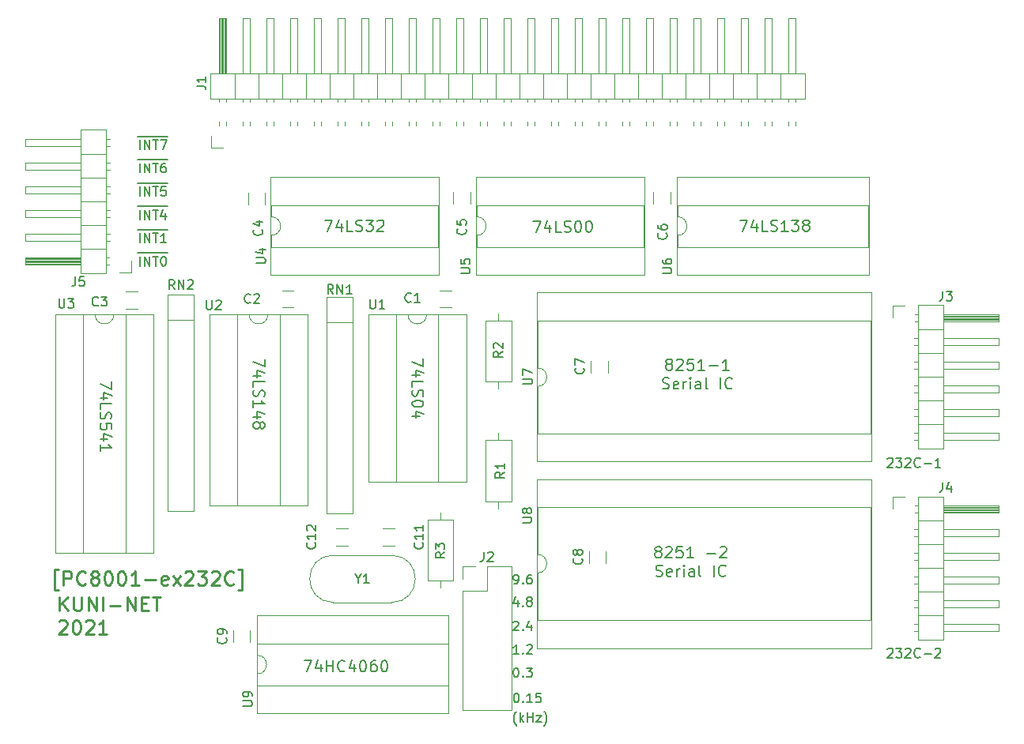
<source format=gto>
G04 #@! TF.GenerationSoftware,KiCad,Pcbnew,(5.1.10-1-10_14)*
G04 #@! TF.CreationDate,2021-12-18T17:23:47+09:00*
G04 #@! TF.ProjectId,PC8001extRS232,50433830-3031-4657-9874-52533233322e,rev?*
G04 #@! TF.SameCoordinates,PX632ea00PY848f8c0*
G04 #@! TF.FileFunction,Legend,Top*
G04 #@! TF.FilePolarity,Positive*
%FSLAX46Y46*%
G04 Gerber Fmt 4.6, Leading zero omitted, Abs format (unit mm)*
G04 Created by KiCad (PCBNEW (5.1.10-1-10_14)) date 2021-12-18 17:23:47*
%MOMM*%
%LPD*%
G01*
G04 APERTURE LIST*
%ADD10C,0.250000*%
%ADD11C,0.150000*%
%ADD12C,0.200000*%
%ADD13C,0.120000*%
G04 APERTURE END LIST*
D10*
X3019642Y13571429D02*
X3019642Y15071429D01*
X3876785Y13571429D02*
X3233928Y14428572D01*
X3876785Y15071429D02*
X3019642Y14214286D01*
X4519642Y15071429D02*
X4519642Y13857143D01*
X4591071Y13714286D01*
X4662500Y13642858D01*
X4805357Y13571429D01*
X5091071Y13571429D01*
X5233928Y13642858D01*
X5305357Y13714286D01*
X5376785Y13857143D01*
X5376785Y15071429D01*
X6091071Y13571429D02*
X6091071Y15071429D01*
X6948214Y13571429D01*
X6948214Y15071429D01*
X7662500Y13571429D02*
X7662500Y15071429D01*
X8376785Y14142858D02*
X9519642Y14142858D01*
X10233928Y13571429D02*
X10233928Y15071429D01*
X11091071Y13571429D01*
X11091071Y15071429D01*
X11805357Y14357143D02*
X12305357Y14357143D01*
X12519642Y13571429D02*
X11805357Y13571429D01*
X11805357Y15071429D01*
X12519642Y15071429D01*
X12948214Y15071429D02*
X13805357Y15071429D01*
X13376785Y13571429D02*
X13376785Y15071429D01*
X2948214Y12428572D02*
X3019642Y12500000D01*
X3162500Y12571429D01*
X3519642Y12571429D01*
X3662500Y12500000D01*
X3733928Y12428572D01*
X3805357Y12285715D01*
X3805357Y12142858D01*
X3733928Y11928572D01*
X2876785Y11071429D01*
X3805357Y11071429D01*
X4733928Y12571429D02*
X4876785Y12571429D01*
X5019642Y12500000D01*
X5091071Y12428572D01*
X5162500Y12285715D01*
X5233928Y12000000D01*
X5233928Y11642858D01*
X5162500Y11357143D01*
X5091071Y11214286D01*
X5019642Y11142858D01*
X4876785Y11071429D01*
X4733928Y11071429D01*
X4591071Y11142858D01*
X4519642Y11214286D01*
X4448214Y11357143D01*
X4376785Y11642858D01*
X4376785Y12000000D01*
X4448214Y12285715D01*
X4519642Y12428572D01*
X4591071Y12500000D01*
X4733928Y12571429D01*
X5805357Y12428572D02*
X5876785Y12500000D01*
X6019642Y12571429D01*
X6376785Y12571429D01*
X6519642Y12500000D01*
X6591071Y12428572D01*
X6662500Y12285715D01*
X6662500Y12142858D01*
X6591071Y11928572D01*
X5733928Y11071429D01*
X6662500Y11071429D01*
X8091071Y11071429D02*
X7233928Y11071429D01*
X7662500Y11071429D02*
X7662500Y12571429D01*
X7519642Y12357143D01*
X7376785Y12214286D01*
X7233928Y12142858D01*
X2857142Y15821429D02*
X2500000Y15821429D01*
X2500000Y17964286D01*
X2857142Y17964286D01*
X3428571Y16321429D02*
X3428571Y17821429D01*
X4000000Y17821429D01*
X4142857Y17750000D01*
X4214285Y17678572D01*
X4285714Y17535715D01*
X4285714Y17321429D01*
X4214285Y17178572D01*
X4142857Y17107143D01*
X4000000Y17035715D01*
X3428571Y17035715D01*
X5785714Y16464286D02*
X5714285Y16392858D01*
X5500000Y16321429D01*
X5357142Y16321429D01*
X5142857Y16392858D01*
X5000000Y16535715D01*
X4928571Y16678572D01*
X4857142Y16964286D01*
X4857142Y17178572D01*
X4928571Y17464286D01*
X5000000Y17607143D01*
X5142857Y17750000D01*
X5357142Y17821429D01*
X5500000Y17821429D01*
X5714285Y17750000D01*
X5785714Y17678572D01*
X6642857Y17178572D02*
X6500000Y17250000D01*
X6428571Y17321429D01*
X6357142Y17464286D01*
X6357142Y17535715D01*
X6428571Y17678572D01*
X6500000Y17750000D01*
X6642857Y17821429D01*
X6928571Y17821429D01*
X7071428Y17750000D01*
X7142857Y17678572D01*
X7214285Y17535715D01*
X7214285Y17464286D01*
X7142857Y17321429D01*
X7071428Y17250000D01*
X6928571Y17178572D01*
X6642857Y17178572D01*
X6500000Y17107143D01*
X6428571Y17035715D01*
X6357142Y16892858D01*
X6357142Y16607143D01*
X6428571Y16464286D01*
X6500000Y16392858D01*
X6642857Y16321429D01*
X6928571Y16321429D01*
X7071428Y16392858D01*
X7142857Y16464286D01*
X7214285Y16607143D01*
X7214285Y16892858D01*
X7142857Y17035715D01*
X7071428Y17107143D01*
X6928571Y17178572D01*
X8142857Y17821429D02*
X8285714Y17821429D01*
X8428571Y17750000D01*
X8500000Y17678572D01*
X8571428Y17535715D01*
X8642857Y17250000D01*
X8642857Y16892858D01*
X8571428Y16607143D01*
X8500000Y16464286D01*
X8428571Y16392858D01*
X8285714Y16321429D01*
X8142857Y16321429D01*
X8000000Y16392858D01*
X7928571Y16464286D01*
X7857142Y16607143D01*
X7785714Y16892858D01*
X7785714Y17250000D01*
X7857142Y17535715D01*
X7928571Y17678572D01*
X8000000Y17750000D01*
X8142857Y17821429D01*
X9571428Y17821429D02*
X9714285Y17821429D01*
X9857142Y17750000D01*
X9928571Y17678572D01*
X10000000Y17535715D01*
X10071428Y17250000D01*
X10071428Y16892858D01*
X10000000Y16607143D01*
X9928571Y16464286D01*
X9857142Y16392858D01*
X9714285Y16321429D01*
X9571428Y16321429D01*
X9428571Y16392858D01*
X9357142Y16464286D01*
X9285714Y16607143D01*
X9214285Y16892858D01*
X9214285Y17250000D01*
X9285714Y17535715D01*
X9357142Y17678572D01*
X9428571Y17750000D01*
X9571428Y17821429D01*
X11500000Y16321429D02*
X10642857Y16321429D01*
X11071428Y16321429D02*
X11071428Y17821429D01*
X10928571Y17607143D01*
X10785714Y17464286D01*
X10642857Y17392858D01*
X12142857Y16892858D02*
X13285714Y16892858D01*
X14571428Y16392858D02*
X14428571Y16321429D01*
X14142857Y16321429D01*
X14000000Y16392858D01*
X13928571Y16535715D01*
X13928571Y17107143D01*
X14000000Y17250000D01*
X14142857Y17321429D01*
X14428571Y17321429D01*
X14571428Y17250000D01*
X14642857Y17107143D01*
X14642857Y16964286D01*
X13928571Y16821429D01*
X15142857Y16321429D02*
X15928571Y17321429D01*
X15142857Y17321429D02*
X15928571Y16321429D01*
X16428571Y17678572D02*
X16500000Y17750000D01*
X16642857Y17821429D01*
X17000000Y17821429D01*
X17142857Y17750000D01*
X17214285Y17678572D01*
X17285714Y17535715D01*
X17285714Y17392858D01*
X17214285Y17178572D01*
X16357142Y16321429D01*
X17285714Y16321429D01*
X17785714Y17821429D02*
X18714285Y17821429D01*
X18214285Y17250000D01*
X18428571Y17250000D01*
X18571428Y17178572D01*
X18642857Y17107143D01*
X18714285Y16964286D01*
X18714285Y16607143D01*
X18642857Y16464286D01*
X18571428Y16392858D01*
X18428571Y16321429D01*
X18000000Y16321429D01*
X17857142Y16392858D01*
X17785714Y16464286D01*
X19285714Y17678572D02*
X19357142Y17750000D01*
X19500000Y17821429D01*
X19857142Y17821429D01*
X20000000Y17750000D01*
X20071428Y17678572D01*
X20142857Y17535715D01*
X20142857Y17392858D01*
X20071428Y17178572D01*
X19214285Y16321429D01*
X20142857Y16321429D01*
X21642857Y16464286D02*
X21571428Y16392858D01*
X21357142Y16321429D01*
X21214285Y16321429D01*
X21000000Y16392858D01*
X20857142Y16535715D01*
X20785714Y16678572D01*
X20714285Y16964286D01*
X20714285Y17178572D01*
X20785714Y17464286D01*
X20857142Y17607143D01*
X21000000Y17750000D01*
X21214285Y17821429D01*
X21357142Y17821429D01*
X21571428Y17750000D01*
X21642857Y17678572D01*
X22142857Y15821429D02*
X22500000Y15821429D01*
X22500000Y17964286D01*
X22142857Y17964286D01*
D11*
X11380952Y64415000D02*
X11857142Y64415000D01*
X11619047Y63047620D02*
X11619047Y64047620D01*
X11857142Y64415000D02*
X12904761Y64415000D01*
X12095238Y63047620D02*
X12095238Y64047620D01*
X12666666Y63047620D01*
X12666666Y64047620D01*
X12904761Y64415000D02*
X13666666Y64415000D01*
X13000000Y64047620D02*
X13571428Y64047620D01*
X13285714Y63047620D02*
X13285714Y64047620D01*
X13666666Y64415000D02*
X14619047Y64415000D01*
X13809523Y64047620D02*
X14476190Y64047620D01*
X14047619Y63047620D01*
X11380952Y61915000D02*
X11857142Y61915000D01*
X11619047Y60547620D02*
X11619047Y61547620D01*
X11857142Y61915000D02*
X12904761Y61915000D01*
X12095238Y60547620D02*
X12095238Y61547620D01*
X12666666Y60547620D01*
X12666666Y61547620D01*
X12904761Y61915000D02*
X13666666Y61915000D01*
X13000000Y61547620D02*
X13571428Y61547620D01*
X13285714Y60547620D02*
X13285714Y61547620D01*
X13666666Y61915000D02*
X14619047Y61915000D01*
X14333333Y61547620D02*
X14142857Y61547620D01*
X14047619Y61500000D01*
X14000000Y61452381D01*
X13904761Y61309524D01*
X13857142Y61119048D01*
X13857142Y60738096D01*
X13904761Y60642858D01*
X13952380Y60595239D01*
X14047619Y60547620D01*
X14238095Y60547620D01*
X14333333Y60595239D01*
X14380952Y60642858D01*
X14428571Y60738096D01*
X14428571Y60976191D01*
X14380952Y61071429D01*
X14333333Y61119048D01*
X14238095Y61166667D01*
X14047619Y61166667D01*
X13952380Y61119048D01*
X13904761Y61071429D01*
X13857142Y60976191D01*
X11380952Y59415000D02*
X11857142Y59415000D01*
X11619047Y58047620D02*
X11619047Y59047620D01*
X11857142Y59415000D02*
X12904761Y59415000D01*
X12095238Y58047620D02*
X12095238Y59047620D01*
X12666666Y58047620D01*
X12666666Y59047620D01*
X12904761Y59415000D02*
X13666666Y59415000D01*
X13000000Y59047620D02*
X13571428Y59047620D01*
X13285714Y58047620D02*
X13285714Y59047620D01*
X13666666Y59415000D02*
X14619047Y59415000D01*
X14380952Y59047620D02*
X13904761Y59047620D01*
X13857142Y58571429D01*
X13904761Y58619048D01*
X14000000Y58666667D01*
X14238095Y58666667D01*
X14333333Y58619048D01*
X14380952Y58571429D01*
X14428571Y58476191D01*
X14428571Y58238096D01*
X14380952Y58142858D01*
X14333333Y58095239D01*
X14238095Y58047620D01*
X14000000Y58047620D01*
X13904761Y58095239D01*
X13857142Y58142858D01*
X11380952Y56915000D02*
X11857142Y56915000D01*
X11619047Y55547620D02*
X11619047Y56547620D01*
X11857142Y56915000D02*
X12904761Y56915000D01*
X12095238Y55547620D02*
X12095238Y56547620D01*
X12666666Y55547620D01*
X12666666Y56547620D01*
X12904761Y56915000D02*
X13666666Y56915000D01*
X13000000Y56547620D02*
X13571428Y56547620D01*
X13285714Y55547620D02*
X13285714Y56547620D01*
X13666666Y56915000D02*
X14619047Y56915000D01*
X14333333Y56214286D02*
X14333333Y55547620D01*
X14095238Y56595239D02*
X13857142Y55880953D01*
X14476190Y55880953D01*
X11380952Y54415000D02*
X11857142Y54415000D01*
X11619047Y53047620D02*
X11619047Y54047620D01*
X11857142Y54415000D02*
X12904761Y54415000D01*
X12095238Y53047620D02*
X12095238Y54047620D01*
X12666666Y53047620D01*
X12666666Y54047620D01*
X12904761Y54415000D02*
X13666666Y54415000D01*
X13000000Y54047620D02*
X13571428Y54047620D01*
X13285714Y53047620D02*
X13285714Y54047620D01*
X13666666Y54415000D02*
X14619047Y54415000D01*
X14428571Y53047620D02*
X13857142Y53047620D01*
X14142857Y53047620D02*
X14142857Y54047620D01*
X14047619Y53904762D01*
X13952380Y53809524D01*
X13857142Y53761905D01*
X11380952Y51915000D02*
X11857142Y51915000D01*
X11619047Y50547620D02*
X11619047Y51547620D01*
X11857142Y51915000D02*
X12904761Y51915000D01*
X12095238Y50547620D02*
X12095238Y51547620D01*
X12666666Y50547620D01*
X12666666Y51547620D01*
X12904761Y51915000D02*
X13666666Y51915000D01*
X13000000Y51547620D02*
X13571428Y51547620D01*
X13285714Y50547620D02*
X13285714Y51547620D01*
X13666666Y51915000D02*
X14619047Y51915000D01*
X14095238Y51547620D02*
X14190476Y51547620D01*
X14285714Y51500000D01*
X14333333Y51452381D01*
X14380952Y51357143D01*
X14428571Y51166667D01*
X14428571Y50928572D01*
X14380952Y50738096D01*
X14333333Y50642858D01*
X14285714Y50595239D01*
X14190476Y50547620D01*
X14095238Y50547620D01*
X14000000Y50595239D01*
X13952380Y50642858D01*
X13904761Y50738096D01*
X13857142Y50928572D01*
X13857142Y51166667D01*
X13904761Y51357143D01*
X13952380Y51452381D01*
X14000000Y51500000D01*
X14095238Y51547620D01*
X51923809Y1266667D02*
X51876190Y1314286D01*
X51780952Y1457143D01*
X51733333Y1552381D01*
X51685714Y1695239D01*
X51638095Y1933334D01*
X51638095Y2123810D01*
X51685714Y2361905D01*
X51733333Y2504762D01*
X51780952Y2600000D01*
X51876190Y2742858D01*
X51923809Y2790477D01*
X52304761Y1647620D02*
X52304761Y2647620D01*
X52400000Y2028572D02*
X52685714Y1647620D01*
X52685714Y2314286D02*
X52304761Y1933334D01*
X53114285Y1647620D02*
X53114285Y2647620D01*
X53114285Y2171429D02*
X53685714Y2171429D01*
X53685714Y1647620D02*
X53685714Y2647620D01*
X54066666Y2314286D02*
X54590476Y2314286D01*
X54066666Y1647620D01*
X54590476Y1647620D01*
X54876190Y1266667D02*
X54923809Y1314286D01*
X55019047Y1457143D01*
X55066666Y1552381D01*
X55114285Y1695239D01*
X55161904Y1933334D01*
X55161904Y2123810D01*
X55114285Y2361905D01*
X55066666Y2504762D01*
X55019047Y2600000D01*
X54923809Y2742858D01*
X54876190Y2790477D01*
X51861904Y4747620D02*
X51957142Y4747620D01*
X52052380Y4700000D01*
X52100000Y4652381D01*
X52147619Y4557143D01*
X52195238Y4366667D01*
X52195238Y4128572D01*
X52147619Y3938096D01*
X52100000Y3842858D01*
X52052380Y3795239D01*
X51957142Y3747620D01*
X51861904Y3747620D01*
X51766666Y3795239D01*
X51719047Y3842858D01*
X51671428Y3938096D01*
X51623809Y4128572D01*
X51623809Y4366667D01*
X51671428Y4557143D01*
X51719047Y4652381D01*
X51766666Y4700000D01*
X51861904Y4747620D01*
X52623809Y3842858D02*
X52671428Y3795239D01*
X52623809Y3747620D01*
X52576190Y3795239D01*
X52623809Y3842858D01*
X52623809Y3747620D01*
X53623809Y3747620D02*
X53052380Y3747620D01*
X53338095Y3747620D02*
X53338095Y4747620D01*
X53242857Y4604762D01*
X53147619Y4509524D01*
X53052380Y4461905D01*
X54528571Y4747620D02*
X54052380Y4747620D01*
X54004761Y4271429D01*
X54052380Y4319048D01*
X54147619Y4366667D01*
X54385714Y4366667D01*
X54480952Y4319048D01*
X54528571Y4271429D01*
X54576190Y4176191D01*
X54576190Y3938096D01*
X54528571Y3842858D01*
X54480952Y3795239D01*
X54385714Y3747620D01*
X54147619Y3747620D01*
X54052380Y3795239D01*
X54004761Y3842858D01*
X51838095Y7447620D02*
X51933333Y7447620D01*
X52028571Y7400000D01*
X52076190Y7352381D01*
X52123809Y7257143D01*
X52171428Y7066667D01*
X52171428Y6828572D01*
X52123809Y6638096D01*
X52076190Y6542858D01*
X52028571Y6495239D01*
X51933333Y6447620D01*
X51838095Y6447620D01*
X51742857Y6495239D01*
X51695238Y6542858D01*
X51647619Y6638096D01*
X51600000Y6828572D01*
X51600000Y7066667D01*
X51647619Y7257143D01*
X51695238Y7352381D01*
X51742857Y7400000D01*
X51838095Y7447620D01*
X52600000Y6542858D02*
X52647619Y6495239D01*
X52600000Y6447620D01*
X52552380Y6495239D01*
X52600000Y6542858D01*
X52600000Y6447620D01*
X52980952Y7447620D02*
X53600000Y7447620D01*
X53266666Y7066667D01*
X53409523Y7066667D01*
X53504761Y7019048D01*
X53552380Y6971429D01*
X53600000Y6876191D01*
X53600000Y6638096D01*
X53552380Y6542858D01*
X53504761Y6495239D01*
X53409523Y6447620D01*
X53123809Y6447620D01*
X53028571Y6495239D01*
X52980952Y6542858D01*
X52171428Y8947620D02*
X51600000Y8947620D01*
X51885714Y8947620D02*
X51885714Y9947620D01*
X51790476Y9804762D01*
X51695238Y9709524D01*
X51600000Y9661905D01*
X52600000Y9042858D02*
X52647619Y8995239D01*
X52600000Y8947620D01*
X52552380Y8995239D01*
X52600000Y9042858D01*
X52600000Y8947620D01*
X53028571Y9852381D02*
X53076190Y9900000D01*
X53171428Y9947620D01*
X53409523Y9947620D01*
X53504761Y9900000D01*
X53552380Y9852381D01*
X53600000Y9757143D01*
X53600000Y9661905D01*
X53552380Y9519048D01*
X52980952Y8947620D01*
X53600000Y8947620D01*
X51600000Y12352381D02*
X51647619Y12400000D01*
X51742857Y12447620D01*
X51980952Y12447620D01*
X52076190Y12400000D01*
X52123809Y12352381D01*
X52171428Y12257143D01*
X52171428Y12161905D01*
X52123809Y12019048D01*
X51552380Y11447620D01*
X52171428Y11447620D01*
X52600000Y11542858D02*
X52647619Y11495239D01*
X52600000Y11447620D01*
X52552380Y11495239D01*
X52600000Y11542858D01*
X52600000Y11447620D01*
X53504761Y12114286D02*
X53504761Y11447620D01*
X53266666Y12495239D02*
X53028571Y11780953D01*
X53647619Y11780953D01*
X52076190Y14714286D02*
X52076190Y14047620D01*
X51838095Y15095239D02*
X51600000Y14380953D01*
X52219047Y14380953D01*
X52600000Y14142858D02*
X52647619Y14095239D01*
X52600000Y14047620D01*
X52552380Y14095239D01*
X52600000Y14142858D01*
X52600000Y14047620D01*
X53219047Y14619048D02*
X53123809Y14666667D01*
X53076190Y14714286D01*
X53028571Y14809524D01*
X53028571Y14857143D01*
X53076190Y14952381D01*
X53123809Y15000000D01*
X53219047Y15047620D01*
X53409523Y15047620D01*
X53504761Y15000000D01*
X53552380Y14952381D01*
X53600000Y14857143D01*
X53600000Y14809524D01*
X53552380Y14714286D01*
X53504761Y14666667D01*
X53409523Y14619048D01*
X53219047Y14619048D01*
X53123809Y14571429D01*
X53076190Y14523810D01*
X53028571Y14428572D01*
X53028571Y14238096D01*
X53076190Y14142858D01*
X53123809Y14095239D01*
X53219047Y14047620D01*
X53409523Y14047620D01*
X53504761Y14095239D01*
X53552380Y14142858D01*
X53600000Y14238096D01*
X53600000Y14428572D01*
X53552380Y14523810D01*
X53504761Y14571429D01*
X53409523Y14619048D01*
X51695238Y16447620D02*
X51885714Y16447620D01*
X51980952Y16495239D01*
X52028571Y16542858D01*
X52123809Y16685715D01*
X52171428Y16876191D01*
X52171428Y17257143D01*
X52123809Y17352381D01*
X52076190Y17400000D01*
X51980952Y17447620D01*
X51790476Y17447620D01*
X51695238Y17400000D01*
X51647619Y17352381D01*
X51600000Y17257143D01*
X51600000Y17019048D01*
X51647619Y16923810D01*
X51695238Y16876191D01*
X51790476Y16828572D01*
X51980952Y16828572D01*
X52076190Y16876191D01*
X52123809Y16923810D01*
X52171428Y17019048D01*
X52600000Y16542858D02*
X52647619Y16495239D01*
X52600000Y16447620D01*
X52552380Y16495239D01*
X52600000Y16542858D01*
X52600000Y16447620D01*
X53504761Y17447620D02*
X53314285Y17447620D01*
X53219047Y17400000D01*
X53171428Y17352381D01*
X53076190Y17209524D01*
X53028571Y17019048D01*
X53028571Y16638096D01*
X53076190Y16542858D01*
X53123809Y16495239D01*
X53219047Y16447620D01*
X53409523Y16447620D01*
X53504761Y16495239D01*
X53552380Y16542858D01*
X53600000Y16638096D01*
X53600000Y16876191D01*
X53552380Y16971429D01*
X53504761Y17019048D01*
X53409523Y17066667D01*
X53219047Y17066667D01*
X53123809Y17019048D01*
X53076190Y16971429D01*
X53028571Y16876191D01*
D12*
X29214285Y8257143D02*
X30014285Y8257143D01*
X29500000Y7057143D01*
X30985714Y7857143D02*
X30985714Y7057143D01*
X30700000Y8314286D02*
X30414285Y7457143D01*
X31157142Y7457143D01*
X31614285Y7057143D02*
X31614285Y8257143D01*
X31614285Y7685715D02*
X32300000Y7685715D01*
X32300000Y7057143D02*
X32300000Y8257143D01*
X33557142Y7171429D02*
X33500000Y7114286D01*
X33328571Y7057143D01*
X33214285Y7057143D01*
X33042857Y7114286D01*
X32928571Y7228572D01*
X32871428Y7342858D01*
X32814285Y7571429D01*
X32814285Y7742858D01*
X32871428Y7971429D01*
X32928571Y8085715D01*
X33042857Y8200000D01*
X33214285Y8257143D01*
X33328571Y8257143D01*
X33500000Y8200000D01*
X33557142Y8142858D01*
X34585714Y7857143D02*
X34585714Y7057143D01*
X34300000Y8314286D02*
X34014285Y7457143D01*
X34757142Y7457143D01*
X35442857Y8257143D02*
X35557142Y8257143D01*
X35671428Y8200000D01*
X35728571Y8142858D01*
X35785714Y8028572D01*
X35842857Y7800000D01*
X35842857Y7514286D01*
X35785714Y7285715D01*
X35728571Y7171429D01*
X35671428Y7114286D01*
X35557142Y7057143D01*
X35442857Y7057143D01*
X35328571Y7114286D01*
X35271428Y7171429D01*
X35214285Y7285715D01*
X35157142Y7514286D01*
X35157142Y7800000D01*
X35214285Y8028572D01*
X35271428Y8142858D01*
X35328571Y8200000D01*
X35442857Y8257143D01*
X36871428Y8257143D02*
X36642857Y8257143D01*
X36528571Y8200000D01*
X36471428Y8142858D01*
X36357142Y7971429D01*
X36300000Y7742858D01*
X36300000Y7285715D01*
X36357142Y7171429D01*
X36414285Y7114286D01*
X36528571Y7057143D01*
X36757142Y7057143D01*
X36871428Y7114286D01*
X36928571Y7171429D01*
X36985714Y7285715D01*
X36985714Y7571429D01*
X36928571Y7685715D01*
X36871428Y7742858D01*
X36757142Y7800000D01*
X36528571Y7800000D01*
X36414285Y7742858D01*
X36357142Y7685715D01*
X36300000Y7571429D01*
X37728571Y8257143D02*
X37842857Y8257143D01*
X37957142Y8200000D01*
X38014285Y8142858D01*
X38071428Y8028572D01*
X38128571Y7800000D01*
X38128571Y7514286D01*
X38071428Y7285715D01*
X38014285Y7171429D01*
X37957142Y7114286D01*
X37842857Y7057143D01*
X37728571Y7057143D01*
X37614285Y7114286D01*
X37557142Y7171429D01*
X37500000Y7285715D01*
X37442857Y7514286D01*
X37442857Y7800000D01*
X37500000Y8028572D01*
X37557142Y8142858D01*
X37614285Y8200000D01*
X37728571Y8257143D01*
X8557142Y38142858D02*
X8557142Y37342858D01*
X7357142Y37857143D01*
X8157142Y36371429D02*
X7357142Y36371429D01*
X8614285Y36657143D02*
X7757142Y36942858D01*
X7757142Y36200000D01*
X7357142Y35171429D02*
X7357142Y35742858D01*
X8557142Y35742858D01*
X7414285Y34828572D02*
X7357142Y34657143D01*
X7357142Y34371429D01*
X7414285Y34257143D01*
X7471428Y34200000D01*
X7585714Y34142858D01*
X7700000Y34142858D01*
X7814285Y34200000D01*
X7871428Y34257143D01*
X7928571Y34371429D01*
X7985714Y34600000D01*
X8042857Y34714286D01*
X8100000Y34771429D01*
X8214285Y34828572D01*
X8328571Y34828572D01*
X8442857Y34771429D01*
X8500000Y34714286D01*
X8557142Y34600000D01*
X8557142Y34314286D01*
X8500000Y34142858D01*
X8557142Y33057143D02*
X8557142Y33628572D01*
X7985714Y33685715D01*
X8042857Y33628572D01*
X8100000Y33514286D01*
X8100000Y33228572D01*
X8042857Y33114286D01*
X7985714Y33057143D01*
X7871428Y33000000D01*
X7585714Y33000000D01*
X7471428Y33057143D01*
X7414285Y33114286D01*
X7357142Y33228572D01*
X7357142Y33514286D01*
X7414285Y33628572D01*
X7471428Y33685715D01*
X8157142Y31971429D02*
X7357142Y31971429D01*
X8614285Y32257143D02*
X7757142Y32542858D01*
X7757142Y31800000D01*
X7357142Y30714286D02*
X7357142Y31400000D01*
X7357142Y31057143D02*
X8557142Y31057143D01*
X8385714Y31171429D01*
X8271428Y31285715D01*
X8214285Y31400000D01*
X24957142Y40542858D02*
X24957142Y39742858D01*
X23757142Y40257143D01*
X24557142Y38771429D02*
X23757142Y38771429D01*
X25014285Y39057143D02*
X24157142Y39342858D01*
X24157142Y38600000D01*
X23757142Y37571429D02*
X23757142Y38142858D01*
X24957142Y38142858D01*
X23814285Y37228572D02*
X23757142Y37057143D01*
X23757142Y36771429D01*
X23814285Y36657143D01*
X23871428Y36600000D01*
X23985714Y36542858D01*
X24100000Y36542858D01*
X24214285Y36600000D01*
X24271428Y36657143D01*
X24328571Y36771429D01*
X24385714Y37000000D01*
X24442857Y37114286D01*
X24500000Y37171429D01*
X24614285Y37228572D01*
X24728571Y37228572D01*
X24842857Y37171429D01*
X24900000Y37114286D01*
X24957142Y37000000D01*
X24957142Y36714286D01*
X24900000Y36542858D01*
X23757142Y35400000D02*
X23757142Y36085715D01*
X23757142Y35742858D02*
X24957142Y35742858D01*
X24785714Y35857143D01*
X24671428Y35971429D01*
X24614285Y36085715D01*
X24557142Y34371429D02*
X23757142Y34371429D01*
X25014285Y34657143D02*
X24157142Y34942858D01*
X24157142Y34200000D01*
X24442857Y33571429D02*
X24500000Y33685715D01*
X24557142Y33742858D01*
X24671428Y33800000D01*
X24728571Y33800000D01*
X24842857Y33742858D01*
X24900000Y33685715D01*
X24957142Y33571429D01*
X24957142Y33342858D01*
X24900000Y33228572D01*
X24842857Y33171429D01*
X24728571Y33114286D01*
X24671428Y33114286D01*
X24557142Y33171429D01*
X24500000Y33228572D01*
X24442857Y33342858D01*
X24442857Y33571429D01*
X24385714Y33685715D01*
X24328571Y33742858D01*
X24214285Y33800000D01*
X23985714Y33800000D01*
X23871428Y33742858D01*
X23814285Y33685715D01*
X23757142Y33571429D01*
X23757142Y33342858D01*
X23814285Y33228572D01*
X23871428Y33171429D01*
X23985714Y33114286D01*
X24214285Y33114286D01*
X24328571Y33171429D01*
X24385714Y33228572D01*
X24442857Y33342858D01*
X41957142Y40571429D02*
X41957142Y39771429D01*
X40757142Y40285715D01*
X41557142Y38800000D02*
X40757142Y38800000D01*
X42014285Y39085715D02*
X41157142Y39371429D01*
X41157142Y38628572D01*
X40757142Y37600000D02*
X40757142Y38171429D01*
X41957142Y38171429D01*
X40814285Y37257143D02*
X40757142Y37085715D01*
X40757142Y36800000D01*
X40814285Y36685715D01*
X40871428Y36628572D01*
X40985714Y36571429D01*
X41100000Y36571429D01*
X41214285Y36628572D01*
X41271428Y36685715D01*
X41328571Y36800000D01*
X41385714Y37028572D01*
X41442857Y37142858D01*
X41500000Y37200000D01*
X41614285Y37257143D01*
X41728571Y37257143D01*
X41842857Y37200000D01*
X41900000Y37142858D01*
X41957142Y37028572D01*
X41957142Y36742858D01*
X41900000Y36571429D01*
X41957142Y35828572D02*
X41957142Y35714286D01*
X41900000Y35600000D01*
X41842857Y35542858D01*
X41728571Y35485715D01*
X41500000Y35428572D01*
X41214285Y35428572D01*
X40985714Y35485715D01*
X40871428Y35542858D01*
X40814285Y35600000D01*
X40757142Y35714286D01*
X40757142Y35828572D01*
X40814285Y35942858D01*
X40871428Y36000000D01*
X40985714Y36057143D01*
X41214285Y36114286D01*
X41500000Y36114286D01*
X41728571Y36057143D01*
X41842857Y36000000D01*
X41900000Y35942858D01*
X41957142Y35828572D01*
X41557142Y34400000D02*
X40757142Y34400000D01*
X42014285Y34685715D02*
X41157142Y34971429D01*
X41157142Y34228572D01*
X67000000Y19942858D02*
X66885714Y20000000D01*
X66828571Y20057143D01*
X66771428Y20171429D01*
X66771428Y20228572D01*
X66828571Y20342858D01*
X66885714Y20400000D01*
X67000000Y20457143D01*
X67228571Y20457143D01*
X67342857Y20400000D01*
X67400000Y20342858D01*
X67457142Y20228572D01*
X67457142Y20171429D01*
X67400000Y20057143D01*
X67342857Y20000000D01*
X67228571Y19942858D01*
X67000000Y19942858D01*
X66885714Y19885715D01*
X66828571Y19828572D01*
X66771428Y19714286D01*
X66771428Y19485715D01*
X66828571Y19371429D01*
X66885714Y19314286D01*
X67000000Y19257143D01*
X67228571Y19257143D01*
X67342857Y19314286D01*
X67400000Y19371429D01*
X67457142Y19485715D01*
X67457142Y19714286D01*
X67400000Y19828572D01*
X67342857Y19885715D01*
X67228571Y19942858D01*
X67914285Y20342858D02*
X67971428Y20400000D01*
X68085714Y20457143D01*
X68371428Y20457143D01*
X68485714Y20400000D01*
X68542857Y20342858D01*
X68600000Y20228572D01*
X68600000Y20114286D01*
X68542857Y19942858D01*
X67857142Y19257143D01*
X68600000Y19257143D01*
X69685714Y20457143D02*
X69114285Y20457143D01*
X69057142Y19885715D01*
X69114285Y19942858D01*
X69228571Y20000000D01*
X69514285Y20000000D01*
X69628571Y19942858D01*
X69685714Y19885715D01*
X69742857Y19771429D01*
X69742857Y19485715D01*
X69685714Y19371429D01*
X69628571Y19314286D01*
X69514285Y19257143D01*
X69228571Y19257143D01*
X69114285Y19314286D01*
X69057142Y19371429D01*
X70885714Y19257143D02*
X70200000Y19257143D01*
X70542857Y19257143D02*
X70542857Y20457143D01*
X70428571Y20285715D01*
X70314285Y20171429D01*
X70200000Y20114286D01*
X72314285Y19714286D02*
X73228571Y19714286D01*
X73742857Y20342858D02*
X73800000Y20400000D01*
X73914285Y20457143D01*
X74200000Y20457143D01*
X74314285Y20400000D01*
X74371428Y20342858D01*
X74428571Y20228572D01*
X74428571Y20114286D01*
X74371428Y19942858D01*
X73685714Y19257143D01*
X74428571Y19257143D01*
X66885714Y17314286D02*
X67057142Y17257143D01*
X67342857Y17257143D01*
X67457142Y17314286D01*
X67514285Y17371429D01*
X67571428Y17485715D01*
X67571428Y17600000D01*
X67514285Y17714286D01*
X67457142Y17771429D01*
X67342857Y17828572D01*
X67114285Y17885715D01*
X67000000Y17942858D01*
X66942857Y18000000D01*
X66885714Y18114286D01*
X66885714Y18228572D01*
X66942857Y18342858D01*
X67000000Y18400000D01*
X67114285Y18457143D01*
X67400000Y18457143D01*
X67571428Y18400000D01*
X68542857Y17314286D02*
X68428571Y17257143D01*
X68200000Y17257143D01*
X68085714Y17314286D01*
X68028571Y17428572D01*
X68028571Y17885715D01*
X68085714Y18000000D01*
X68200000Y18057143D01*
X68428571Y18057143D01*
X68542857Y18000000D01*
X68600000Y17885715D01*
X68600000Y17771429D01*
X68028571Y17657143D01*
X69114285Y17257143D02*
X69114285Y18057143D01*
X69114285Y17828572D02*
X69171428Y17942858D01*
X69228571Y18000000D01*
X69342857Y18057143D01*
X69457142Y18057143D01*
X69857142Y17257143D02*
X69857142Y18057143D01*
X69857142Y18457143D02*
X69800000Y18400000D01*
X69857142Y18342858D01*
X69914285Y18400000D01*
X69857142Y18457143D01*
X69857142Y18342858D01*
X70942857Y17257143D02*
X70942857Y17885715D01*
X70885714Y18000000D01*
X70771428Y18057143D01*
X70542857Y18057143D01*
X70428571Y18000000D01*
X70942857Y17314286D02*
X70828571Y17257143D01*
X70542857Y17257143D01*
X70428571Y17314286D01*
X70371428Y17428572D01*
X70371428Y17542858D01*
X70428571Y17657143D01*
X70542857Y17714286D01*
X70828571Y17714286D01*
X70942857Y17771429D01*
X71685714Y17257143D02*
X71571428Y17314286D01*
X71514285Y17428572D01*
X71514285Y18457143D01*
X73057142Y17257143D02*
X73057142Y18457143D01*
X74314285Y17371429D02*
X74257142Y17314286D01*
X74085714Y17257143D01*
X73971428Y17257143D01*
X73800000Y17314286D01*
X73685714Y17428572D01*
X73628571Y17542858D01*
X73571428Y17771429D01*
X73571428Y17942858D01*
X73628571Y18171429D01*
X73685714Y18285715D01*
X73800000Y18400000D01*
X73971428Y18457143D01*
X74085714Y18457143D01*
X74257142Y18400000D01*
X74314285Y18342858D01*
X68157142Y40042858D02*
X68042857Y40100000D01*
X67985714Y40157143D01*
X67928571Y40271429D01*
X67928571Y40328572D01*
X67985714Y40442858D01*
X68042857Y40500000D01*
X68157142Y40557143D01*
X68385714Y40557143D01*
X68500000Y40500000D01*
X68557142Y40442858D01*
X68614285Y40328572D01*
X68614285Y40271429D01*
X68557142Y40157143D01*
X68500000Y40100000D01*
X68385714Y40042858D01*
X68157142Y40042858D01*
X68042857Y39985715D01*
X67985714Y39928572D01*
X67928571Y39814286D01*
X67928571Y39585715D01*
X67985714Y39471429D01*
X68042857Y39414286D01*
X68157142Y39357143D01*
X68385714Y39357143D01*
X68500000Y39414286D01*
X68557142Y39471429D01*
X68614285Y39585715D01*
X68614285Y39814286D01*
X68557142Y39928572D01*
X68500000Y39985715D01*
X68385714Y40042858D01*
X69071428Y40442858D02*
X69128571Y40500000D01*
X69242857Y40557143D01*
X69528571Y40557143D01*
X69642857Y40500000D01*
X69700000Y40442858D01*
X69757142Y40328572D01*
X69757142Y40214286D01*
X69700000Y40042858D01*
X69014285Y39357143D01*
X69757142Y39357143D01*
X70842857Y40557143D02*
X70271428Y40557143D01*
X70214285Y39985715D01*
X70271428Y40042858D01*
X70385714Y40100000D01*
X70671428Y40100000D01*
X70785714Y40042858D01*
X70842857Y39985715D01*
X70900000Y39871429D01*
X70900000Y39585715D01*
X70842857Y39471429D01*
X70785714Y39414286D01*
X70671428Y39357143D01*
X70385714Y39357143D01*
X70271428Y39414286D01*
X70214285Y39471429D01*
X72042857Y39357143D02*
X71357142Y39357143D01*
X71700000Y39357143D02*
X71700000Y40557143D01*
X71585714Y40385715D01*
X71471428Y40271429D01*
X71357142Y40214286D01*
X72557142Y39814286D02*
X73471428Y39814286D01*
X74671428Y39357143D02*
X73985714Y39357143D01*
X74328571Y39357143D02*
X74328571Y40557143D01*
X74214285Y40385715D01*
X74100000Y40271429D01*
X73985714Y40214286D01*
X67585714Y37414286D02*
X67757142Y37357143D01*
X68042857Y37357143D01*
X68157142Y37414286D01*
X68214285Y37471429D01*
X68271428Y37585715D01*
X68271428Y37700000D01*
X68214285Y37814286D01*
X68157142Y37871429D01*
X68042857Y37928572D01*
X67814285Y37985715D01*
X67700000Y38042858D01*
X67642857Y38100000D01*
X67585714Y38214286D01*
X67585714Y38328572D01*
X67642857Y38442858D01*
X67700000Y38500000D01*
X67814285Y38557143D01*
X68100000Y38557143D01*
X68271428Y38500000D01*
X69242857Y37414286D02*
X69128571Y37357143D01*
X68900000Y37357143D01*
X68785714Y37414286D01*
X68728571Y37528572D01*
X68728571Y37985715D01*
X68785714Y38100000D01*
X68900000Y38157143D01*
X69128571Y38157143D01*
X69242857Y38100000D01*
X69300000Y37985715D01*
X69300000Y37871429D01*
X68728571Y37757143D01*
X69814285Y37357143D02*
X69814285Y38157143D01*
X69814285Y37928572D02*
X69871428Y38042858D01*
X69928571Y38100000D01*
X70042857Y38157143D01*
X70157142Y38157143D01*
X70557142Y37357143D02*
X70557142Y38157143D01*
X70557142Y38557143D02*
X70500000Y38500000D01*
X70557142Y38442858D01*
X70614285Y38500000D01*
X70557142Y38557143D01*
X70557142Y38442858D01*
X71642857Y37357143D02*
X71642857Y37985715D01*
X71585714Y38100000D01*
X71471428Y38157143D01*
X71242857Y38157143D01*
X71128571Y38100000D01*
X71642857Y37414286D02*
X71528571Y37357143D01*
X71242857Y37357143D01*
X71128571Y37414286D01*
X71071428Y37528572D01*
X71071428Y37642858D01*
X71128571Y37757143D01*
X71242857Y37814286D01*
X71528571Y37814286D01*
X71642857Y37871429D01*
X72385714Y37357143D02*
X72271428Y37414286D01*
X72214285Y37528572D01*
X72214285Y38557143D01*
X73757142Y37357143D02*
X73757142Y38557143D01*
X75014285Y37471429D02*
X74957142Y37414286D01*
X74785714Y37357143D01*
X74671428Y37357143D01*
X74500000Y37414286D01*
X74385714Y37528572D01*
X74328571Y37642858D01*
X74271428Y37871429D01*
X74271428Y38042858D01*
X74328571Y38271429D01*
X74385714Y38385715D01*
X74500000Y38500000D01*
X74671428Y38557143D01*
X74785714Y38557143D01*
X74957142Y38500000D01*
X75014285Y38442858D01*
X75857142Y55457143D02*
X76657142Y55457143D01*
X76142857Y54257143D01*
X77628571Y55057143D02*
X77628571Y54257143D01*
X77342857Y55514286D02*
X77057142Y54657143D01*
X77800000Y54657143D01*
X78828571Y54257143D02*
X78257142Y54257143D01*
X78257142Y55457143D01*
X79171428Y54314286D02*
X79342857Y54257143D01*
X79628571Y54257143D01*
X79742857Y54314286D01*
X79800000Y54371429D01*
X79857142Y54485715D01*
X79857142Y54600000D01*
X79800000Y54714286D01*
X79742857Y54771429D01*
X79628571Y54828572D01*
X79400000Y54885715D01*
X79285714Y54942858D01*
X79228571Y55000000D01*
X79171428Y55114286D01*
X79171428Y55228572D01*
X79228571Y55342858D01*
X79285714Y55400000D01*
X79400000Y55457143D01*
X79685714Y55457143D01*
X79857142Y55400000D01*
X81000000Y54257143D02*
X80314285Y54257143D01*
X80657142Y54257143D02*
X80657142Y55457143D01*
X80542857Y55285715D01*
X80428571Y55171429D01*
X80314285Y55114286D01*
X81400000Y55457143D02*
X82142857Y55457143D01*
X81742857Y55000000D01*
X81914285Y55000000D01*
X82028571Y54942858D01*
X82085714Y54885715D01*
X82142857Y54771429D01*
X82142857Y54485715D01*
X82085714Y54371429D01*
X82028571Y54314286D01*
X81914285Y54257143D01*
X81571428Y54257143D01*
X81457142Y54314286D01*
X81400000Y54371429D01*
X82828571Y54942858D02*
X82714285Y55000000D01*
X82657142Y55057143D01*
X82600000Y55171429D01*
X82600000Y55228572D01*
X82657142Y55342858D01*
X82714285Y55400000D01*
X82828571Y55457143D01*
X83057142Y55457143D01*
X83171428Y55400000D01*
X83228571Y55342858D01*
X83285714Y55228572D01*
X83285714Y55171429D01*
X83228571Y55057143D01*
X83171428Y55000000D01*
X83057142Y54942858D01*
X82828571Y54942858D01*
X82714285Y54885715D01*
X82657142Y54828572D01*
X82600000Y54714286D01*
X82600000Y54485715D01*
X82657142Y54371429D01*
X82714285Y54314286D01*
X82828571Y54257143D01*
X83057142Y54257143D01*
X83171428Y54314286D01*
X83228571Y54371429D01*
X83285714Y54485715D01*
X83285714Y54714286D01*
X83228571Y54828572D01*
X83171428Y54885715D01*
X83057142Y54942858D01*
X53728571Y55357143D02*
X54528571Y55357143D01*
X54014285Y54157143D01*
X55500000Y54957143D02*
X55500000Y54157143D01*
X55214285Y55414286D02*
X54928571Y54557143D01*
X55671428Y54557143D01*
X56700000Y54157143D02*
X56128571Y54157143D01*
X56128571Y55357143D01*
X57042857Y54214286D02*
X57214285Y54157143D01*
X57500000Y54157143D01*
X57614285Y54214286D01*
X57671428Y54271429D01*
X57728571Y54385715D01*
X57728571Y54500000D01*
X57671428Y54614286D01*
X57614285Y54671429D01*
X57500000Y54728572D01*
X57271428Y54785715D01*
X57157142Y54842858D01*
X57100000Y54900000D01*
X57042857Y55014286D01*
X57042857Y55128572D01*
X57100000Y55242858D01*
X57157142Y55300000D01*
X57271428Y55357143D01*
X57557142Y55357143D01*
X57728571Y55300000D01*
X58471428Y55357143D02*
X58585714Y55357143D01*
X58700000Y55300000D01*
X58757142Y55242858D01*
X58814285Y55128572D01*
X58871428Y54900000D01*
X58871428Y54614286D01*
X58814285Y54385715D01*
X58757142Y54271429D01*
X58700000Y54214286D01*
X58585714Y54157143D01*
X58471428Y54157143D01*
X58357142Y54214286D01*
X58300000Y54271429D01*
X58242857Y54385715D01*
X58185714Y54614286D01*
X58185714Y54900000D01*
X58242857Y55128572D01*
X58300000Y55242858D01*
X58357142Y55300000D01*
X58471428Y55357143D01*
X59614285Y55357143D02*
X59728571Y55357143D01*
X59842857Y55300000D01*
X59900000Y55242858D01*
X59957142Y55128572D01*
X60014285Y54900000D01*
X60014285Y54614286D01*
X59957142Y54385715D01*
X59900000Y54271429D01*
X59842857Y54214286D01*
X59728571Y54157143D01*
X59614285Y54157143D01*
X59500000Y54214286D01*
X59442857Y54271429D01*
X59385714Y54385715D01*
X59328571Y54614286D01*
X59328571Y54900000D01*
X59385714Y55128572D01*
X59442857Y55242858D01*
X59500000Y55300000D01*
X59614285Y55357143D01*
X31428571Y55457143D02*
X32228571Y55457143D01*
X31714285Y54257143D01*
X33200000Y55057143D02*
X33200000Y54257143D01*
X32914285Y55514286D02*
X32628571Y54657143D01*
X33371428Y54657143D01*
X34400000Y54257143D02*
X33828571Y54257143D01*
X33828571Y55457143D01*
X34742857Y54314286D02*
X34914285Y54257143D01*
X35200000Y54257143D01*
X35314285Y54314286D01*
X35371428Y54371429D01*
X35428571Y54485715D01*
X35428571Y54600000D01*
X35371428Y54714286D01*
X35314285Y54771429D01*
X35200000Y54828572D01*
X34971428Y54885715D01*
X34857142Y54942858D01*
X34800000Y55000000D01*
X34742857Y55114286D01*
X34742857Y55228572D01*
X34800000Y55342858D01*
X34857142Y55400000D01*
X34971428Y55457143D01*
X35257142Y55457143D01*
X35428571Y55400000D01*
X35828571Y55457143D02*
X36571428Y55457143D01*
X36171428Y55000000D01*
X36342857Y55000000D01*
X36457142Y54942858D01*
X36514285Y54885715D01*
X36571428Y54771429D01*
X36571428Y54485715D01*
X36514285Y54371429D01*
X36457142Y54314286D01*
X36342857Y54257143D01*
X36000000Y54257143D01*
X35885714Y54314286D01*
X35828571Y54371429D01*
X37028571Y55342858D02*
X37085714Y55400000D01*
X37200000Y55457143D01*
X37485714Y55457143D01*
X37600000Y55400000D01*
X37657142Y55342858D01*
X37714285Y55228572D01*
X37714285Y55114286D01*
X37657142Y54942858D01*
X36971428Y54257143D01*
X37714285Y54257143D01*
D11*
X91666666Y9452381D02*
X91714285Y9500000D01*
X91809523Y9547620D01*
X92047619Y9547620D01*
X92142857Y9500000D01*
X92190476Y9452381D01*
X92238095Y9357143D01*
X92238095Y9261905D01*
X92190476Y9119048D01*
X91619047Y8547620D01*
X92238095Y8547620D01*
X92571428Y9547620D02*
X93190476Y9547620D01*
X92857142Y9166667D01*
X93000000Y9166667D01*
X93095238Y9119048D01*
X93142857Y9071429D01*
X93190476Y8976191D01*
X93190476Y8738096D01*
X93142857Y8642858D01*
X93095238Y8595239D01*
X93000000Y8547620D01*
X92714285Y8547620D01*
X92619047Y8595239D01*
X92571428Y8642858D01*
X93571428Y9452381D02*
X93619047Y9500000D01*
X93714285Y9547620D01*
X93952380Y9547620D01*
X94047619Y9500000D01*
X94095238Y9452381D01*
X94142857Y9357143D01*
X94142857Y9261905D01*
X94095238Y9119048D01*
X93523809Y8547620D01*
X94142857Y8547620D01*
X95142857Y8642858D02*
X95095238Y8595239D01*
X94952380Y8547620D01*
X94857142Y8547620D01*
X94714285Y8595239D01*
X94619047Y8690477D01*
X94571428Y8785715D01*
X94523809Y8976191D01*
X94523809Y9119048D01*
X94571428Y9309524D01*
X94619047Y9404762D01*
X94714285Y9500000D01*
X94857142Y9547620D01*
X94952380Y9547620D01*
X95095238Y9500000D01*
X95142857Y9452381D01*
X95571428Y8928572D02*
X96333333Y8928572D01*
X96761904Y9452381D02*
X96809523Y9500000D01*
X96904761Y9547620D01*
X97142857Y9547620D01*
X97238095Y9500000D01*
X97285714Y9452381D01*
X97333333Y9357143D01*
X97333333Y9261905D01*
X97285714Y9119048D01*
X96714285Y8547620D01*
X97333333Y8547620D01*
X91666666Y29852381D02*
X91714285Y29900000D01*
X91809523Y29947620D01*
X92047619Y29947620D01*
X92142857Y29900000D01*
X92190476Y29852381D01*
X92238095Y29757143D01*
X92238095Y29661905D01*
X92190476Y29519048D01*
X91619047Y28947620D01*
X92238095Y28947620D01*
X92571428Y29947620D02*
X93190476Y29947620D01*
X92857142Y29566667D01*
X93000000Y29566667D01*
X93095238Y29519048D01*
X93142857Y29471429D01*
X93190476Y29376191D01*
X93190476Y29138096D01*
X93142857Y29042858D01*
X93095238Y28995239D01*
X93000000Y28947620D01*
X92714285Y28947620D01*
X92619047Y28995239D01*
X92571428Y29042858D01*
X93571428Y29852381D02*
X93619047Y29900000D01*
X93714285Y29947620D01*
X93952380Y29947620D01*
X94047619Y29900000D01*
X94095238Y29852381D01*
X94142857Y29757143D01*
X94142857Y29661905D01*
X94095238Y29519048D01*
X93523809Y28947620D01*
X94142857Y28947620D01*
X95142857Y29042858D02*
X95095238Y28995239D01*
X94952380Y28947620D01*
X94857142Y28947620D01*
X94714285Y28995239D01*
X94619047Y29090477D01*
X94571428Y29185715D01*
X94523809Y29376191D01*
X94523809Y29519048D01*
X94571428Y29709524D01*
X94619047Y29804762D01*
X94714285Y29900000D01*
X94857142Y29947620D01*
X94952380Y29947620D01*
X95095238Y29900000D01*
X95142857Y29852381D01*
X95571428Y29328572D02*
X96333333Y29328572D01*
X97333333Y28947620D02*
X96761904Y28947620D01*
X97047619Y28947620D02*
X97047619Y29947620D01*
X96952380Y29804762D01*
X96857142Y29709524D01*
X96761904Y29661905D01*
D13*
X38565000Y14475000D02*
G75*
G03*
X38565000Y19525000I0J2525000D01*
G01*
X32315000Y14475000D02*
G75*
G02*
X32315000Y19525000I0J2525000D01*
G01*
X32315000Y19525000D02*
X38565000Y19525000D01*
X32315000Y14475000D02*
X38565000Y14475000D01*
X24170000Y8810000D02*
G75*
G02*
X24170000Y6810000I0J-1000000D01*
G01*
X24170000Y6810000D02*
X24170000Y5560000D01*
X24170000Y5560000D02*
X44610000Y5560000D01*
X44610000Y5560000D02*
X44610000Y10060000D01*
X44610000Y10060000D02*
X24170000Y10060000D01*
X24170000Y10060000D02*
X24170000Y8810000D01*
X24110000Y2560000D02*
X44670000Y2560000D01*
X44670000Y2560000D02*
X44670000Y13060000D01*
X44670000Y13060000D02*
X24110000Y13060000D01*
X24110000Y13060000D02*
X24110000Y2560000D01*
X54170000Y19620000D02*
G75*
G02*
X54170000Y17620000I0J-1000000D01*
G01*
X54170000Y17620000D02*
X54170000Y12560000D01*
X54170000Y12560000D02*
X89850000Y12560000D01*
X89850000Y12560000D02*
X89850000Y24680000D01*
X89850000Y24680000D02*
X54170000Y24680000D01*
X54170000Y24680000D02*
X54170000Y19620000D01*
X54110000Y9560000D02*
X89910000Y9560000D01*
X89910000Y9560000D02*
X89910000Y27680000D01*
X89910000Y27680000D02*
X54110000Y27680000D01*
X54110000Y27680000D02*
X54110000Y9560000D01*
X54170000Y39620000D02*
G75*
G02*
X54170000Y37620000I0J-1000000D01*
G01*
X54170000Y37620000D02*
X54170000Y32560000D01*
X54170000Y32560000D02*
X89850000Y32560000D01*
X89850000Y32560000D02*
X89850000Y44680000D01*
X89850000Y44680000D02*
X54170000Y44680000D01*
X54170000Y44680000D02*
X54170000Y39620000D01*
X54110000Y29560000D02*
X89910000Y29560000D01*
X89910000Y29560000D02*
X89910000Y47680000D01*
X89910000Y47680000D02*
X54110000Y47680000D01*
X54110000Y47680000D02*
X54110000Y29560000D01*
X69170000Y55810000D02*
G75*
G02*
X69170000Y53810000I0J-1000000D01*
G01*
X69170000Y53810000D02*
X69170000Y52560000D01*
X69170000Y52560000D02*
X89610000Y52560000D01*
X89610000Y52560000D02*
X89610000Y57060000D01*
X89610000Y57060000D02*
X69170000Y57060000D01*
X69170000Y57060000D02*
X69170000Y55810000D01*
X69110000Y49560000D02*
X89670000Y49560000D01*
X89670000Y49560000D02*
X89670000Y60060000D01*
X89670000Y60060000D02*
X69110000Y60060000D01*
X69110000Y60060000D02*
X69110000Y49560000D01*
X47670000Y55810000D02*
G75*
G02*
X47670000Y53810000I0J-1000000D01*
G01*
X47670000Y53810000D02*
X47670000Y52560000D01*
X47670000Y52560000D02*
X65570000Y52560000D01*
X65570000Y52560000D02*
X65570000Y57060000D01*
X65570000Y57060000D02*
X47670000Y57060000D01*
X47670000Y57060000D02*
X47670000Y55810000D01*
X47610000Y49560000D02*
X65630000Y49560000D01*
X65630000Y49560000D02*
X65630000Y60060000D01*
X65630000Y60060000D02*
X47610000Y60060000D01*
X47610000Y60060000D02*
X47610000Y49560000D01*
X25670000Y55810000D02*
G75*
G02*
X25670000Y53810000I0J-1000000D01*
G01*
X25670000Y53810000D02*
X25670000Y52560000D01*
X25670000Y52560000D02*
X43570000Y52560000D01*
X43570000Y52560000D02*
X43570000Y57060000D01*
X43570000Y57060000D02*
X25670000Y57060000D01*
X25670000Y57060000D02*
X25670000Y55810000D01*
X25610000Y49560000D02*
X43630000Y49560000D01*
X43630000Y49560000D02*
X43630000Y60060000D01*
X43630000Y60060000D02*
X25610000Y60060000D01*
X25610000Y60060000D02*
X25610000Y49560000D01*
X8810000Y45330000D02*
G75*
G02*
X6810000Y45330000I-1000000J0D01*
G01*
X6810000Y45330000D02*
X5560000Y45330000D01*
X5560000Y45330000D02*
X5560000Y19810000D01*
X5560000Y19810000D02*
X10060000Y19810000D01*
X10060000Y19810000D02*
X10060000Y45330000D01*
X10060000Y45330000D02*
X8810000Y45330000D01*
X2560000Y45390000D02*
X2560000Y19750000D01*
X2560000Y19750000D02*
X13060000Y19750000D01*
X13060000Y19750000D02*
X13060000Y45390000D01*
X13060000Y45390000D02*
X2560000Y45390000D01*
X25310000Y45330000D02*
G75*
G02*
X23310000Y45330000I-1000000J0D01*
G01*
X23310000Y45330000D02*
X22060000Y45330000D01*
X22060000Y45330000D02*
X22060000Y24890000D01*
X22060000Y24890000D02*
X26560000Y24890000D01*
X26560000Y24890000D02*
X26560000Y45330000D01*
X26560000Y45330000D02*
X25310000Y45330000D01*
X19060000Y45390000D02*
X19060000Y24830000D01*
X19060000Y24830000D02*
X29560000Y24830000D01*
X29560000Y24830000D02*
X29560000Y45390000D01*
X29560000Y45390000D02*
X19060000Y45390000D01*
X42310000Y45330000D02*
G75*
G02*
X40310000Y45330000I-1000000J0D01*
G01*
X40310000Y45330000D02*
X39060000Y45330000D01*
X39060000Y45330000D02*
X39060000Y27430000D01*
X39060000Y27430000D02*
X43560000Y27430000D01*
X43560000Y27430000D02*
X43560000Y45330000D01*
X43560000Y45330000D02*
X42310000Y45330000D01*
X36060000Y45390000D02*
X36060000Y27370000D01*
X36060000Y27370000D02*
X46560000Y27370000D01*
X46560000Y27370000D02*
X46560000Y45390000D01*
X46560000Y45390000D02*
X36060000Y45390000D01*
X17400000Y47480000D02*
X14600000Y47480000D01*
X14600000Y47480000D02*
X14600000Y24280000D01*
X14600000Y24280000D02*
X17400000Y24280000D01*
X17400000Y24280000D02*
X17400000Y47480000D01*
X17400000Y44770000D02*
X14600000Y44770000D01*
X34400000Y47180000D02*
X31600000Y47180000D01*
X31600000Y47180000D02*
X31600000Y23980000D01*
X31600000Y23980000D02*
X34400000Y23980000D01*
X34400000Y23980000D02*
X34400000Y47180000D01*
X34400000Y44470000D02*
X31600000Y44470000D01*
X42430000Y16810000D02*
X45170000Y16810000D01*
X45170000Y16810000D02*
X45170000Y23350000D01*
X45170000Y23350000D02*
X42430000Y23350000D01*
X42430000Y23350000D02*
X42430000Y16810000D01*
X43800000Y16040000D02*
X43800000Y16810000D01*
X43800000Y24120000D02*
X43800000Y23350000D01*
X51370000Y44690000D02*
X48630000Y44690000D01*
X48630000Y44690000D02*
X48630000Y38150000D01*
X48630000Y38150000D02*
X51370000Y38150000D01*
X51370000Y38150000D02*
X51370000Y44690000D01*
X50000000Y45460000D02*
X50000000Y44690000D01*
X50000000Y37380000D02*
X50000000Y38150000D01*
X48630000Y25310000D02*
X51370000Y25310000D01*
X51370000Y25310000D02*
X51370000Y31850000D01*
X51370000Y31850000D02*
X48630000Y31850000D01*
X48630000Y31850000D02*
X48630000Y25310000D01*
X50000000Y24540000D02*
X50000000Y25310000D01*
X50000000Y32620000D02*
X50000000Y31850000D01*
X7960000Y49770000D02*
X7960000Y65130000D01*
X7960000Y65130000D02*
X5300000Y65130000D01*
X5300000Y65130000D02*
X5300000Y49770000D01*
X5300000Y49770000D02*
X7960000Y49770000D01*
X5300000Y50720000D02*
X-700000Y50720000D01*
X-700000Y50720000D02*
X-700000Y51480000D01*
X-700000Y51480000D02*
X5300000Y51480000D01*
X5300000Y50780000D02*
X-700000Y50780000D01*
X5300000Y50900000D02*
X-700000Y50900000D01*
X5300000Y51020000D02*
X-700000Y51020000D01*
X5300000Y51140000D02*
X-700000Y51140000D01*
X5300000Y51260000D02*
X-700000Y51260000D01*
X5300000Y51380000D02*
X-700000Y51380000D01*
X8290000Y50720000D02*
X7960000Y50720000D01*
X8290000Y51480000D02*
X7960000Y51480000D01*
X7960000Y52370000D02*
X5300000Y52370000D01*
X5300000Y53260000D02*
X-700000Y53260000D01*
X-700000Y53260000D02*
X-700000Y54020000D01*
X-700000Y54020000D02*
X5300000Y54020000D01*
X8357071Y53260000D02*
X7960000Y53260000D01*
X8357071Y54020000D02*
X7960000Y54020000D01*
X7960000Y54910000D02*
X5300000Y54910000D01*
X5300000Y55800000D02*
X-700000Y55800000D01*
X-700000Y55800000D02*
X-700000Y56560000D01*
X-700000Y56560000D02*
X5300000Y56560000D01*
X8357071Y55800000D02*
X7960000Y55800000D01*
X8357071Y56560000D02*
X7960000Y56560000D01*
X7960000Y57450000D02*
X5300000Y57450000D01*
X5300000Y58340000D02*
X-700000Y58340000D01*
X-700000Y58340000D02*
X-700000Y59100000D01*
X-700000Y59100000D02*
X5300000Y59100000D01*
X8357071Y58340000D02*
X7960000Y58340000D01*
X8357071Y59100000D02*
X7960000Y59100000D01*
X7960000Y59990000D02*
X5300000Y59990000D01*
X5300000Y60880000D02*
X-700000Y60880000D01*
X-700000Y60880000D02*
X-700000Y61640000D01*
X-700000Y61640000D02*
X5300000Y61640000D01*
X8357071Y60880000D02*
X7960000Y60880000D01*
X8357071Y61640000D02*
X7960000Y61640000D01*
X7960000Y62530000D02*
X5300000Y62530000D01*
X5300000Y63420000D02*
X-700000Y63420000D01*
X-700000Y63420000D02*
X-700000Y64180000D01*
X-700000Y64180000D02*
X5300000Y64180000D01*
X8357071Y63420000D02*
X7960000Y63420000D01*
X8357071Y64180000D02*
X7960000Y64180000D01*
X10670000Y51100000D02*
X10670000Y49830000D01*
X10670000Y49830000D02*
X9400000Y49830000D01*
X94940000Y25830000D02*
X94940000Y10470000D01*
X94940000Y10470000D02*
X97600000Y10470000D01*
X97600000Y10470000D02*
X97600000Y25830000D01*
X97600000Y25830000D02*
X94940000Y25830000D01*
X97600000Y24880000D02*
X103600000Y24880000D01*
X103600000Y24880000D02*
X103600000Y24120000D01*
X103600000Y24120000D02*
X97600000Y24120000D01*
X97600000Y24820000D02*
X103600000Y24820000D01*
X97600000Y24700000D02*
X103600000Y24700000D01*
X97600000Y24580000D02*
X103600000Y24580000D01*
X97600000Y24460000D02*
X103600000Y24460000D01*
X97600000Y24340000D02*
X103600000Y24340000D01*
X97600000Y24220000D02*
X103600000Y24220000D01*
X94610000Y24880000D02*
X94940000Y24880000D01*
X94610000Y24120000D02*
X94940000Y24120000D01*
X94940000Y23230000D02*
X97600000Y23230000D01*
X97600000Y22340000D02*
X103600000Y22340000D01*
X103600000Y22340000D02*
X103600000Y21580000D01*
X103600000Y21580000D02*
X97600000Y21580000D01*
X94542929Y22340000D02*
X94940000Y22340000D01*
X94542929Y21580000D02*
X94940000Y21580000D01*
X94940000Y20690000D02*
X97600000Y20690000D01*
X97600000Y19800000D02*
X103600000Y19800000D01*
X103600000Y19800000D02*
X103600000Y19040000D01*
X103600000Y19040000D02*
X97600000Y19040000D01*
X94542929Y19800000D02*
X94940000Y19800000D01*
X94542929Y19040000D02*
X94940000Y19040000D01*
X94940000Y18150000D02*
X97600000Y18150000D01*
X97600000Y17260000D02*
X103600000Y17260000D01*
X103600000Y17260000D02*
X103600000Y16500000D01*
X103600000Y16500000D02*
X97600000Y16500000D01*
X94542929Y17260000D02*
X94940000Y17260000D01*
X94542929Y16500000D02*
X94940000Y16500000D01*
X94940000Y15610000D02*
X97600000Y15610000D01*
X97600000Y14720000D02*
X103600000Y14720000D01*
X103600000Y14720000D02*
X103600000Y13960000D01*
X103600000Y13960000D02*
X97600000Y13960000D01*
X94542929Y14720000D02*
X94940000Y14720000D01*
X94542929Y13960000D02*
X94940000Y13960000D01*
X94940000Y13070000D02*
X97600000Y13070000D01*
X97600000Y12180000D02*
X103600000Y12180000D01*
X103600000Y12180000D02*
X103600000Y11420000D01*
X103600000Y11420000D02*
X97600000Y11420000D01*
X94542929Y12180000D02*
X94940000Y12180000D01*
X94542929Y11420000D02*
X94940000Y11420000D01*
X92230000Y24500000D02*
X92230000Y25770000D01*
X92230000Y25770000D02*
X93500000Y25770000D01*
X94940000Y46330000D02*
X94940000Y30970000D01*
X94940000Y30970000D02*
X97600000Y30970000D01*
X97600000Y30970000D02*
X97600000Y46330000D01*
X97600000Y46330000D02*
X94940000Y46330000D01*
X97600000Y45380000D02*
X103600000Y45380000D01*
X103600000Y45380000D02*
X103600000Y44620000D01*
X103600000Y44620000D02*
X97600000Y44620000D01*
X97600000Y45320000D02*
X103600000Y45320000D01*
X97600000Y45200000D02*
X103600000Y45200000D01*
X97600000Y45080000D02*
X103600000Y45080000D01*
X97600000Y44960000D02*
X103600000Y44960000D01*
X97600000Y44840000D02*
X103600000Y44840000D01*
X97600000Y44720000D02*
X103600000Y44720000D01*
X94610000Y45380000D02*
X94940000Y45380000D01*
X94610000Y44620000D02*
X94940000Y44620000D01*
X94940000Y43730000D02*
X97600000Y43730000D01*
X97600000Y42840000D02*
X103600000Y42840000D01*
X103600000Y42840000D02*
X103600000Y42080000D01*
X103600000Y42080000D02*
X97600000Y42080000D01*
X94542929Y42840000D02*
X94940000Y42840000D01*
X94542929Y42080000D02*
X94940000Y42080000D01*
X94940000Y41190000D02*
X97600000Y41190000D01*
X97600000Y40300000D02*
X103600000Y40300000D01*
X103600000Y40300000D02*
X103600000Y39540000D01*
X103600000Y39540000D02*
X97600000Y39540000D01*
X94542929Y40300000D02*
X94940000Y40300000D01*
X94542929Y39540000D02*
X94940000Y39540000D01*
X94940000Y38650000D02*
X97600000Y38650000D01*
X97600000Y37760000D02*
X103600000Y37760000D01*
X103600000Y37760000D02*
X103600000Y37000000D01*
X103600000Y37000000D02*
X97600000Y37000000D01*
X94542929Y37760000D02*
X94940000Y37760000D01*
X94542929Y37000000D02*
X94940000Y37000000D01*
X94940000Y36110000D02*
X97600000Y36110000D01*
X97600000Y35220000D02*
X103600000Y35220000D01*
X103600000Y35220000D02*
X103600000Y34460000D01*
X103600000Y34460000D02*
X97600000Y34460000D01*
X94542929Y35220000D02*
X94940000Y35220000D01*
X94542929Y34460000D02*
X94940000Y34460000D01*
X94940000Y33570000D02*
X97600000Y33570000D01*
X97600000Y32680000D02*
X103600000Y32680000D01*
X103600000Y32680000D02*
X103600000Y31920000D01*
X103600000Y31920000D02*
X97600000Y31920000D01*
X94542929Y32680000D02*
X94940000Y32680000D01*
X94542929Y31920000D02*
X94940000Y31920000D01*
X92230000Y45000000D02*
X92230000Y46270000D01*
X92230000Y46270000D02*
X93500000Y46270000D01*
X46170000Y2970000D02*
X51370000Y2970000D01*
X46170000Y15730000D02*
X46170000Y2970000D01*
X51370000Y18330000D02*
X51370000Y2970000D01*
X46170000Y15730000D02*
X48770000Y15730000D01*
X48770000Y15730000D02*
X48770000Y18330000D01*
X48770000Y18330000D02*
X51370000Y18330000D01*
X46170000Y17000000D02*
X46170000Y18330000D01*
X46170000Y18330000D02*
X47500000Y18330000D01*
X19170000Y68480000D02*
X82790000Y68480000D01*
X82790000Y68480000D02*
X82790000Y71140000D01*
X82790000Y71140000D02*
X19170000Y71140000D01*
X19170000Y71140000D02*
X19170000Y68480000D01*
X20120000Y71140000D02*
X20120000Y77140000D01*
X20120000Y77140000D02*
X20880000Y77140000D01*
X20880000Y77140000D02*
X20880000Y71140000D01*
X20180000Y71140000D02*
X20180000Y77140000D01*
X20300000Y71140000D02*
X20300000Y77140000D01*
X20420000Y71140000D02*
X20420000Y77140000D01*
X20540000Y71140000D02*
X20540000Y77140000D01*
X20660000Y71140000D02*
X20660000Y77140000D01*
X20780000Y71140000D02*
X20780000Y77140000D01*
X20120000Y68082929D02*
X20120000Y68480000D01*
X20880000Y68082929D02*
X20880000Y68480000D01*
X20120000Y65610000D02*
X20120000Y65997071D01*
X20880000Y65610000D02*
X20880000Y65997071D01*
X21770000Y68480000D02*
X21770000Y71140000D01*
X22660000Y71140000D02*
X22660000Y77140000D01*
X22660000Y77140000D02*
X23420000Y77140000D01*
X23420000Y77140000D02*
X23420000Y71140000D01*
X22660000Y68082929D02*
X22660000Y68480000D01*
X23420000Y68082929D02*
X23420000Y68480000D01*
X22660000Y65542929D02*
X22660000Y65997071D01*
X23420000Y65542929D02*
X23420000Y65997071D01*
X24310000Y68480000D02*
X24310000Y71140000D01*
X25200000Y71140000D02*
X25200000Y77140000D01*
X25200000Y77140000D02*
X25960000Y77140000D01*
X25960000Y77140000D02*
X25960000Y71140000D01*
X25200000Y68082929D02*
X25200000Y68480000D01*
X25960000Y68082929D02*
X25960000Y68480000D01*
X25200000Y65542929D02*
X25200000Y65997071D01*
X25960000Y65542929D02*
X25960000Y65997071D01*
X26850000Y68480000D02*
X26850000Y71140000D01*
X27740000Y71140000D02*
X27740000Y77140000D01*
X27740000Y77140000D02*
X28500000Y77140000D01*
X28500000Y77140000D02*
X28500000Y71140000D01*
X27740000Y68082929D02*
X27740000Y68480000D01*
X28500000Y68082929D02*
X28500000Y68480000D01*
X27740000Y65542929D02*
X27740000Y65997071D01*
X28500000Y65542929D02*
X28500000Y65997071D01*
X29390000Y68480000D02*
X29390000Y71140000D01*
X30280000Y71140000D02*
X30280000Y77140000D01*
X30280000Y77140000D02*
X31040000Y77140000D01*
X31040000Y77140000D02*
X31040000Y71140000D01*
X30280000Y68082929D02*
X30280000Y68480000D01*
X31040000Y68082929D02*
X31040000Y68480000D01*
X30280000Y65542929D02*
X30280000Y65997071D01*
X31040000Y65542929D02*
X31040000Y65997071D01*
X31930000Y68480000D02*
X31930000Y71140000D01*
X32820000Y71140000D02*
X32820000Y77140000D01*
X32820000Y77140000D02*
X33580000Y77140000D01*
X33580000Y77140000D02*
X33580000Y71140000D01*
X32820000Y68082929D02*
X32820000Y68480000D01*
X33580000Y68082929D02*
X33580000Y68480000D01*
X32820000Y65542929D02*
X32820000Y65997071D01*
X33580000Y65542929D02*
X33580000Y65997071D01*
X34470000Y68480000D02*
X34470000Y71140000D01*
X35360000Y71140000D02*
X35360000Y77140000D01*
X35360000Y77140000D02*
X36120000Y77140000D01*
X36120000Y77140000D02*
X36120000Y71140000D01*
X35360000Y68082929D02*
X35360000Y68480000D01*
X36120000Y68082929D02*
X36120000Y68480000D01*
X35360000Y65542929D02*
X35360000Y65997071D01*
X36120000Y65542929D02*
X36120000Y65997071D01*
X37010000Y68480000D02*
X37010000Y71140000D01*
X37900000Y71140000D02*
X37900000Y77140000D01*
X37900000Y77140000D02*
X38660000Y77140000D01*
X38660000Y77140000D02*
X38660000Y71140000D01*
X37900000Y68082929D02*
X37900000Y68480000D01*
X38660000Y68082929D02*
X38660000Y68480000D01*
X37900000Y65542929D02*
X37900000Y65997071D01*
X38660000Y65542929D02*
X38660000Y65997071D01*
X39550000Y68480000D02*
X39550000Y71140000D01*
X40440000Y71140000D02*
X40440000Y77140000D01*
X40440000Y77140000D02*
X41200000Y77140000D01*
X41200000Y77140000D02*
X41200000Y71140000D01*
X40440000Y68082929D02*
X40440000Y68480000D01*
X41200000Y68082929D02*
X41200000Y68480000D01*
X40440000Y65542929D02*
X40440000Y65997071D01*
X41200000Y65542929D02*
X41200000Y65997071D01*
X42090000Y68480000D02*
X42090000Y71140000D01*
X42980000Y71140000D02*
X42980000Y77140000D01*
X42980000Y77140000D02*
X43740000Y77140000D01*
X43740000Y77140000D02*
X43740000Y71140000D01*
X42980000Y68082929D02*
X42980000Y68480000D01*
X43740000Y68082929D02*
X43740000Y68480000D01*
X42980000Y65542929D02*
X42980000Y65997071D01*
X43740000Y65542929D02*
X43740000Y65997071D01*
X44630000Y68480000D02*
X44630000Y71140000D01*
X45520000Y71140000D02*
X45520000Y77140000D01*
X45520000Y77140000D02*
X46280000Y77140000D01*
X46280000Y77140000D02*
X46280000Y71140000D01*
X45520000Y68082929D02*
X45520000Y68480000D01*
X46280000Y68082929D02*
X46280000Y68480000D01*
X45520000Y65542929D02*
X45520000Y65997071D01*
X46280000Y65542929D02*
X46280000Y65997071D01*
X47170000Y68480000D02*
X47170000Y71140000D01*
X48060000Y71140000D02*
X48060000Y77140000D01*
X48060000Y77140000D02*
X48820000Y77140000D01*
X48820000Y77140000D02*
X48820000Y71140000D01*
X48060000Y68082929D02*
X48060000Y68480000D01*
X48820000Y68082929D02*
X48820000Y68480000D01*
X48060000Y65542929D02*
X48060000Y65997071D01*
X48820000Y65542929D02*
X48820000Y65997071D01*
X49710000Y68480000D02*
X49710000Y71140000D01*
X50600000Y71140000D02*
X50600000Y77140000D01*
X50600000Y77140000D02*
X51360000Y77140000D01*
X51360000Y77140000D02*
X51360000Y71140000D01*
X50600000Y68082929D02*
X50600000Y68480000D01*
X51360000Y68082929D02*
X51360000Y68480000D01*
X50600000Y65542929D02*
X50600000Y65997071D01*
X51360000Y65542929D02*
X51360000Y65997071D01*
X52250000Y68480000D02*
X52250000Y71140000D01*
X53140000Y71140000D02*
X53140000Y77140000D01*
X53140000Y77140000D02*
X53900000Y77140000D01*
X53900000Y77140000D02*
X53900000Y71140000D01*
X53140000Y68082929D02*
X53140000Y68480000D01*
X53900000Y68082929D02*
X53900000Y68480000D01*
X53140000Y65542929D02*
X53140000Y65997071D01*
X53900000Y65542929D02*
X53900000Y65997071D01*
X54790000Y68480000D02*
X54790000Y71140000D01*
X55680000Y71140000D02*
X55680000Y77140000D01*
X55680000Y77140000D02*
X56440000Y77140000D01*
X56440000Y77140000D02*
X56440000Y71140000D01*
X55680000Y68082929D02*
X55680000Y68480000D01*
X56440000Y68082929D02*
X56440000Y68480000D01*
X55680000Y65542929D02*
X55680000Y65997071D01*
X56440000Y65542929D02*
X56440000Y65997071D01*
X57330000Y68480000D02*
X57330000Y71140000D01*
X58220000Y71140000D02*
X58220000Y77140000D01*
X58220000Y77140000D02*
X58980000Y77140000D01*
X58980000Y77140000D02*
X58980000Y71140000D01*
X58220000Y68082929D02*
X58220000Y68480000D01*
X58980000Y68082929D02*
X58980000Y68480000D01*
X58220000Y65542929D02*
X58220000Y65997071D01*
X58980000Y65542929D02*
X58980000Y65997071D01*
X59870000Y68480000D02*
X59870000Y71140000D01*
X60760000Y71140000D02*
X60760000Y77140000D01*
X60760000Y77140000D02*
X61520000Y77140000D01*
X61520000Y77140000D02*
X61520000Y71140000D01*
X60760000Y68082929D02*
X60760000Y68480000D01*
X61520000Y68082929D02*
X61520000Y68480000D01*
X60760000Y65542929D02*
X60760000Y65997071D01*
X61520000Y65542929D02*
X61520000Y65997071D01*
X62410000Y68480000D02*
X62410000Y71140000D01*
X63300000Y71140000D02*
X63300000Y77140000D01*
X63300000Y77140000D02*
X64060000Y77140000D01*
X64060000Y77140000D02*
X64060000Y71140000D01*
X63300000Y68082929D02*
X63300000Y68480000D01*
X64060000Y68082929D02*
X64060000Y68480000D01*
X63300000Y65542929D02*
X63300000Y65997071D01*
X64060000Y65542929D02*
X64060000Y65997071D01*
X64950000Y68480000D02*
X64950000Y71140000D01*
X65840000Y71140000D02*
X65840000Y77140000D01*
X65840000Y77140000D02*
X66600000Y77140000D01*
X66600000Y77140000D02*
X66600000Y71140000D01*
X65840000Y68082929D02*
X65840000Y68480000D01*
X66600000Y68082929D02*
X66600000Y68480000D01*
X65840000Y65542929D02*
X65840000Y65997071D01*
X66600000Y65542929D02*
X66600000Y65997071D01*
X67490000Y68480000D02*
X67490000Y71140000D01*
X68380000Y71140000D02*
X68380000Y77140000D01*
X68380000Y77140000D02*
X69140000Y77140000D01*
X69140000Y77140000D02*
X69140000Y71140000D01*
X68380000Y68082929D02*
X68380000Y68480000D01*
X69140000Y68082929D02*
X69140000Y68480000D01*
X68380000Y65542929D02*
X68380000Y65997071D01*
X69140000Y65542929D02*
X69140000Y65997071D01*
X70030000Y68480000D02*
X70030000Y71140000D01*
X70920000Y71140000D02*
X70920000Y77140000D01*
X70920000Y77140000D02*
X71680000Y77140000D01*
X71680000Y77140000D02*
X71680000Y71140000D01*
X70920000Y68082929D02*
X70920000Y68480000D01*
X71680000Y68082929D02*
X71680000Y68480000D01*
X70920000Y65542929D02*
X70920000Y65997071D01*
X71680000Y65542929D02*
X71680000Y65997071D01*
X72570000Y68480000D02*
X72570000Y71140000D01*
X73460000Y71140000D02*
X73460000Y77140000D01*
X73460000Y77140000D02*
X74220000Y77140000D01*
X74220000Y77140000D02*
X74220000Y71140000D01*
X73460000Y68082929D02*
X73460000Y68480000D01*
X74220000Y68082929D02*
X74220000Y68480000D01*
X73460000Y65542929D02*
X73460000Y65997071D01*
X74220000Y65542929D02*
X74220000Y65997071D01*
X75110000Y68480000D02*
X75110000Y71140000D01*
X76000000Y71140000D02*
X76000000Y77140000D01*
X76000000Y77140000D02*
X76760000Y77140000D01*
X76760000Y77140000D02*
X76760000Y71140000D01*
X76000000Y68082929D02*
X76000000Y68480000D01*
X76760000Y68082929D02*
X76760000Y68480000D01*
X76000000Y65542929D02*
X76000000Y65997071D01*
X76760000Y65542929D02*
X76760000Y65997071D01*
X77650000Y68480000D02*
X77650000Y71140000D01*
X78540000Y71140000D02*
X78540000Y77140000D01*
X78540000Y77140000D02*
X79300000Y77140000D01*
X79300000Y77140000D02*
X79300000Y71140000D01*
X78540000Y68082929D02*
X78540000Y68480000D01*
X79300000Y68082929D02*
X79300000Y68480000D01*
X78540000Y65542929D02*
X78540000Y65997071D01*
X79300000Y65542929D02*
X79300000Y65997071D01*
X80190000Y68480000D02*
X80190000Y71140000D01*
X81080000Y71140000D02*
X81080000Y77140000D01*
X81080000Y77140000D02*
X81840000Y77140000D01*
X81840000Y77140000D02*
X81840000Y71140000D01*
X81080000Y68082929D02*
X81080000Y68480000D01*
X81840000Y68082929D02*
X81840000Y68480000D01*
X81080000Y65542929D02*
X81080000Y65997071D01*
X81840000Y65542929D02*
X81840000Y65997071D01*
X20500000Y63230000D02*
X19230000Y63230000D01*
X19230000Y63230000D02*
X19230000Y64500000D01*
X32621000Y22420000D02*
X33879000Y22420000D01*
X32621000Y20580000D02*
X33879000Y20580000D01*
X38879000Y20580000D02*
X37621000Y20580000D01*
X38879000Y22420000D02*
X37621000Y22420000D01*
X21580000Y10221000D02*
X21580000Y11479000D01*
X23420000Y10221000D02*
X23420000Y11479000D01*
X59680000Y18721000D02*
X59680000Y19979000D01*
X61520000Y18721000D02*
X61520000Y19979000D01*
X59880000Y39121000D02*
X59880000Y40379000D01*
X61720000Y39121000D02*
X61720000Y40379000D01*
X66580000Y57221000D02*
X66580000Y58479000D01*
X68420000Y57221000D02*
X68420000Y58479000D01*
X45180000Y57221000D02*
X45180000Y58479000D01*
X47020000Y57221000D02*
X47020000Y58479000D01*
X23180000Y57121000D02*
X23180000Y58379000D01*
X25020000Y57121000D02*
X25020000Y58379000D01*
X10121000Y47820000D02*
X11379000Y47820000D01*
X10121000Y45980000D02*
X11379000Y45980000D01*
X26821000Y47920000D02*
X28079000Y47920000D01*
X26821000Y46080000D02*
X28079000Y46080000D01*
X43721000Y47920000D02*
X44979000Y47920000D01*
X43721000Y46080000D02*
X44979000Y46080000D01*
D11*
X34963809Y17023810D02*
X34963809Y16547620D01*
X34630476Y17547620D02*
X34963809Y17023810D01*
X35297142Y17547620D01*
X36154285Y16547620D02*
X35582857Y16547620D01*
X35868571Y16547620D02*
X35868571Y17547620D01*
X35773333Y17404762D01*
X35678095Y17309524D01*
X35582857Y17261905D01*
X22622380Y3338096D02*
X23431904Y3338096D01*
X23527142Y3385715D01*
X23574761Y3433334D01*
X23622380Y3528572D01*
X23622380Y3719048D01*
X23574761Y3814286D01*
X23527142Y3861905D01*
X23431904Y3909524D01*
X22622380Y3909524D01*
X23622380Y4433334D02*
X23622380Y4623810D01*
X23574761Y4719048D01*
X23527142Y4766667D01*
X23384285Y4861905D01*
X23193809Y4909524D01*
X22812857Y4909524D01*
X22717619Y4861905D01*
X22670000Y4814286D01*
X22622380Y4719048D01*
X22622380Y4528572D01*
X22670000Y4433334D01*
X22717619Y4385715D01*
X22812857Y4338096D01*
X23050952Y4338096D01*
X23146190Y4385715D01*
X23193809Y4433334D01*
X23241428Y4528572D01*
X23241428Y4719048D01*
X23193809Y4814286D01*
X23146190Y4861905D01*
X23050952Y4909524D01*
X52552380Y23038096D02*
X53361904Y23038096D01*
X53457142Y23085715D01*
X53504761Y23133334D01*
X53552380Y23228572D01*
X53552380Y23419048D01*
X53504761Y23514286D01*
X53457142Y23561905D01*
X53361904Y23609524D01*
X52552380Y23609524D01*
X52980952Y24228572D02*
X52933333Y24133334D01*
X52885714Y24085715D01*
X52790476Y24038096D01*
X52742857Y24038096D01*
X52647619Y24085715D01*
X52600000Y24133334D01*
X52552380Y24228572D01*
X52552380Y24419048D01*
X52600000Y24514286D01*
X52647619Y24561905D01*
X52742857Y24609524D01*
X52790476Y24609524D01*
X52885714Y24561905D01*
X52933333Y24514286D01*
X52980952Y24419048D01*
X52980952Y24228572D01*
X53028571Y24133334D01*
X53076190Y24085715D01*
X53171428Y24038096D01*
X53361904Y24038096D01*
X53457142Y24085715D01*
X53504761Y24133334D01*
X53552380Y24228572D01*
X53552380Y24419048D01*
X53504761Y24514286D01*
X53457142Y24561905D01*
X53361904Y24609524D01*
X53171428Y24609524D01*
X53076190Y24561905D01*
X53028571Y24514286D01*
X52980952Y24419048D01*
X52622380Y37858096D02*
X53431904Y37858096D01*
X53527142Y37905715D01*
X53574761Y37953334D01*
X53622380Y38048572D01*
X53622380Y38239048D01*
X53574761Y38334286D01*
X53527142Y38381905D01*
X53431904Y38429524D01*
X52622380Y38429524D01*
X52622380Y38810477D02*
X52622380Y39477143D01*
X53622380Y39048572D01*
X67552380Y49738096D02*
X68361904Y49738096D01*
X68457142Y49785715D01*
X68504761Y49833334D01*
X68552380Y49928572D01*
X68552380Y50119048D01*
X68504761Y50214286D01*
X68457142Y50261905D01*
X68361904Y50309524D01*
X67552380Y50309524D01*
X67552380Y51214286D02*
X67552380Y51023810D01*
X67600000Y50928572D01*
X67647619Y50880953D01*
X67790476Y50785715D01*
X67980952Y50738096D01*
X68361904Y50738096D01*
X68457142Y50785715D01*
X68504761Y50833334D01*
X68552380Y50928572D01*
X68552380Y51119048D01*
X68504761Y51214286D01*
X68457142Y51261905D01*
X68361904Y51309524D01*
X68123809Y51309524D01*
X68028571Y51261905D01*
X67980952Y51214286D01*
X67933333Y51119048D01*
X67933333Y50928572D01*
X67980952Y50833334D01*
X68028571Y50785715D01*
X68123809Y50738096D01*
X45952380Y49738096D02*
X46761904Y49738096D01*
X46857142Y49785715D01*
X46904761Y49833334D01*
X46952380Y49928572D01*
X46952380Y50119048D01*
X46904761Y50214286D01*
X46857142Y50261905D01*
X46761904Y50309524D01*
X45952380Y50309524D01*
X45952380Y51261905D02*
X45952380Y50785715D01*
X46428571Y50738096D01*
X46380952Y50785715D01*
X46333333Y50880953D01*
X46333333Y51119048D01*
X46380952Y51214286D01*
X46428571Y51261905D01*
X46523809Y51309524D01*
X46761904Y51309524D01*
X46857142Y51261905D01*
X46904761Y51214286D01*
X46952380Y51119048D01*
X46952380Y50880953D01*
X46904761Y50785715D01*
X46857142Y50738096D01*
X24052380Y50838096D02*
X24861904Y50838096D01*
X24957142Y50885715D01*
X25004761Y50933334D01*
X25052380Y51028572D01*
X25052380Y51219048D01*
X25004761Y51314286D01*
X24957142Y51361905D01*
X24861904Y51409524D01*
X24052380Y51409524D01*
X24385714Y52314286D02*
X25052380Y52314286D01*
X24004761Y52076191D02*
X24719047Y51838096D01*
X24719047Y52457143D01*
X2938095Y47047620D02*
X2938095Y46238096D01*
X2985714Y46142858D01*
X3033333Y46095239D01*
X3128571Y46047620D01*
X3319047Y46047620D01*
X3414285Y46095239D01*
X3461904Y46142858D01*
X3509523Y46238096D01*
X3509523Y47047620D01*
X3890476Y47047620D02*
X4509523Y47047620D01*
X4176190Y46666667D01*
X4319047Y46666667D01*
X4414285Y46619048D01*
X4461904Y46571429D01*
X4509523Y46476191D01*
X4509523Y46238096D01*
X4461904Y46142858D01*
X4414285Y46095239D01*
X4319047Y46047620D01*
X4033333Y46047620D01*
X3938095Y46095239D01*
X3890476Y46142858D01*
X18738095Y46877620D02*
X18738095Y46068096D01*
X18785714Y45972858D01*
X18833333Y45925239D01*
X18928571Y45877620D01*
X19119047Y45877620D01*
X19214285Y45925239D01*
X19261904Y45972858D01*
X19309523Y46068096D01*
X19309523Y46877620D01*
X19738095Y46782381D02*
X19785714Y46830000D01*
X19880952Y46877620D01*
X20119047Y46877620D01*
X20214285Y46830000D01*
X20261904Y46782381D01*
X20309523Y46687143D01*
X20309523Y46591905D01*
X20261904Y46449048D01*
X19690476Y45877620D01*
X20309523Y45877620D01*
X36238095Y46947620D02*
X36238095Y46138096D01*
X36285714Y46042858D01*
X36333333Y45995239D01*
X36428571Y45947620D01*
X36619047Y45947620D01*
X36714285Y45995239D01*
X36761904Y46042858D01*
X36809523Y46138096D01*
X36809523Y46947620D01*
X37809523Y45947620D02*
X37238095Y45947620D01*
X37523809Y45947620D02*
X37523809Y46947620D01*
X37428571Y46804762D01*
X37333333Y46709524D01*
X37238095Y46661905D01*
X15309523Y48047620D02*
X14976190Y48523810D01*
X14738095Y48047620D02*
X14738095Y49047620D01*
X15119047Y49047620D01*
X15214285Y49000000D01*
X15261904Y48952381D01*
X15309523Y48857143D01*
X15309523Y48714286D01*
X15261904Y48619048D01*
X15214285Y48571429D01*
X15119047Y48523810D01*
X14738095Y48523810D01*
X15738095Y48047620D02*
X15738095Y49047620D01*
X16309523Y48047620D01*
X16309523Y49047620D01*
X16738095Y48952381D02*
X16785714Y49000000D01*
X16880952Y49047620D01*
X17119047Y49047620D01*
X17214285Y49000000D01*
X17261904Y48952381D01*
X17309523Y48857143D01*
X17309523Y48761905D01*
X17261904Y48619048D01*
X16690476Y48047620D01*
X17309523Y48047620D01*
X32309523Y47547620D02*
X31976190Y48023810D01*
X31738095Y47547620D02*
X31738095Y48547620D01*
X32119047Y48547620D01*
X32214285Y48500000D01*
X32261904Y48452381D01*
X32309523Y48357143D01*
X32309523Y48214286D01*
X32261904Y48119048D01*
X32214285Y48071429D01*
X32119047Y48023810D01*
X31738095Y48023810D01*
X32738095Y47547620D02*
X32738095Y48547620D01*
X33309523Y47547620D01*
X33309523Y48547620D01*
X34309523Y47547620D02*
X33738095Y47547620D01*
X34023809Y47547620D02*
X34023809Y48547620D01*
X33928571Y48404762D01*
X33833333Y48309524D01*
X33738095Y48261905D01*
X44252380Y19833334D02*
X43776190Y19500000D01*
X44252380Y19261905D02*
X43252380Y19261905D01*
X43252380Y19642858D01*
X43300000Y19738096D01*
X43347619Y19785715D01*
X43442857Y19833334D01*
X43585714Y19833334D01*
X43680952Y19785715D01*
X43728571Y19738096D01*
X43776190Y19642858D01*
X43776190Y19261905D01*
X43252380Y20166667D02*
X43252380Y20785715D01*
X43633333Y20452381D01*
X43633333Y20595239D01*
X43680952Y20690477D01*
X43728571Y20738096D01*
X43823809Y20785715D01*
X44061904Y20785715D01*
X44157142Y20738096D01*
X44204761Y20690477D01*
X44252380Y20595239D01*
X44252380Y20309524D01*
X44204761Y20214286D01*
X44157142Y20166667D01*
X50452380Y41333334D02*
X49976190Y41000000D01*
X50452380Y40761905D02*
X49452380Y40761905D01*
X49452380Y41142858D01*
X49500000Y41238096D01*
X49547619Y41285715D01*
X49642857Y41333334D01*
X49785714Y41333334D01*
X49880952Y41285715D01*
X49928571Y41238096D01*
X49976190Y41142858D01*
X49976190Y40761905D01*
X49547619Y41714286D02*
X49500000Y41761905D01*
X49452380Y41857143D01*
X49452380Y42095239D01*
X49500000Y42190477D01*
X49547619Y42238096D01*
X49642857Y42285715D01*
X49738095Y42285715D01*
X49880952Y42238096D01*
X50452380Y41666667D01*
X50452380Y42285715D01*
X50652380Y28433334D02*
X50176190Y28100000D01*
X50652380Y27861905D02*
X49652380Y27861905D01*
X49652380Y28242858D01*
X49700000Y28338096D01*
X49747619Y28385715D01*
X49842857Y28433334D01*
X49985714Y28433334D01*
X50080952Y28385715D01*
X50128571Y28338096D01*
X50176190Y28242858D01*
X50176190Y27861905D01*
X50652380Y29385715D02*
X50652380Y28814286D01*
X50652380Y29100000D02*
X49652380Y29100000D01*
X49795238Y29004762D01*
X49890476Y28909524D01*
X49938095Y28814286D01*
X4681666Y49377620D02*
X4681666Y48663334D01*
X4634047Y48520477D01*
X4538809Y48425239D01*
X4395952Y48377620D01*
X4300714Y48377620D01*
X5634047Y49377620D02*
X5157857Y49377620D01*
X5110238Y48901429D01*
X5157857Y48949048D01*
X5253095Y48996667D01*
X5491190Y48996667D01*
X5586428Y48949048D01*
X5634047Y48901429D01*
X5681666Y48806191D01*
X5681666Y48568096D01*
X5634047Y48472858D01*
X5586428Y48425239D01*
X5491190Y48377620D01*
X5253095Y48377620D01*
X5157857Y48425239D01*
X5110238Y48472858D01*
X97551666Y27317620D02*
X97551666Y26603334D01*
X97504047Y26460477D01*
X97408809Y26365239D01*
X97265952Y26317620D01*
X97170714Y26317620D01*
X98456428Y26984286D02*
X98456428Y26317620D01*
X98218333Y27365239D02*
X97980238Y26650953D01*
X98599285Y26650953D01*
X97551666Y47817620D02*
X97551666Y47103334D01*
X97504047Y46960477D01*
X97408809Y46865239D01*
X97265952Y46817620D01*
X97170714Y46817620D01*
X97932619Y47817620D02*
X98551666Y47817620D01*
X98218333Y47436667D01*
X98361190Y47436667D01*
X98456428Y47389048D01*
X98504047Y47341429D01*
X98551666Y47246191D01*
X98551666Y47008096D01*
X98504047Y46912858D01*
X98456428Y46865239D01*
X98361190Y46817620D01*
X98075476Y46817620D01*
X97980238Y46865239D01*
X97932619Y46912858D01*
X48436666Y19877620D02*
X48436666Y19163334D01*
X48389047Y19020477D01*
X48293809Y18925239D01*
X48150952Y18877620D01*
X48055714Y18877620D01*
X48865238Y19782381D02*
X48912857Y19830000D01*
X49008095Y19877620D01*
X49246190Y19877620D01*
X49341428Y19830000D01*
X49389047Y19782381D01*
X49436666Y19687143D01*
X49436666Y19591905D01*
X49389047Y19449048D01*
X48817619Y18877620D01*
X49436666Y18877620D01*
X17682380Y69821667D02*
X18396666Y69821667D01*
X18539523Y69774048D01*
X18634761Y69678810D01*
X18682380Y69535953D01*
X18682380Y69440715D01*
X18682380Y70821667D02*
X18682380Y70250239D01*
X18682380Y70535953D02*
X17682380Y70535953D01*
X17825238Y70440715D01*
X17920476Y70345477D01*
X17968095Y70250239D01*
X30357142Y20857143D02*
X30404761Y20809524D01*
X30452380Y20666667D01*
X30452380Y20571429D01*
X30404761Y20428572D01*
X30309523Y20333334D01*
X30214285Y20285715D01*
X30023809Y20238096D01*
X29880952Y20238096D01*
X29690476Y20285715D01*
X29595238Y20333334D01*
X29500000Y20428572D01*
X29452380Y20571429D01*
X29452380Y20666667D01*
X29500000Y20809524D01*
X29547619Y20857143D01*
X30452380Y21809524D02*
X30452380Y21238096D01*
X30452380Y21523810D02*
X29452380Y21523810D01*
X29595238Y21428572D01*
X29690476Y21333334D01*
X29738095Y21238096D01*
X29547619Y22190477D02*
X29500000Y22238096D01*
X29452380Y22333334D01*
X29452380Y22571429D01*
X29500000Y22666667D01*
X29547619Y22714286D01*
X29642857Y22761905D01*
X29738095Y22761905D01*
X29880952Y22714286D01*
X30452380Y22142858D01*
X30452380Y22761905D01*
X41857142Y20857143D02*
X41904761Y20809524D01*
X41952380Y20666667D01*
X41952380Y20571429D01*
X41904761Y20428572D01*
X41809523Y20333334D01*
X41714285Y20285715D01*
X41523809Y20238096D01*
X41380952Y20238096D01*
X41190476Y20285715D01*
X41095238Y20333334D01*
X41000000Y20428572D01*
X40952380Y20571429D01*
X40952380Y20666667D01*
X41000000Y20809524D01*
X41047619Y20857143D01*
X41952380Y21809524D02*
X41952380Y21238096D01*
X41952380Y21523810D02*
X40952380Y21523810D01*
X41095238Y21428572D01*
X41190476Y21333334D01*
X41238095Y21238096D01*
X41952380Y22761905D02*
X41952380Y22190477D01*
X41952380Y22476191D02*
X40952380Y22476191D01*
X41095238Y22380953D01*
X41190476Y22285715D01*
X41238095Y22190477D01*
X20807142Y10683334D02*
X20854761Y10635715D01*
X20902380Y10492858D01*
X20902380Y10397620D01*
X20854761Y10254762D01*
X20759523Y10159524D01*
X20664285Y10111905D01*
X20473809Y10064286D01*
X20330952Y10064286D01*
X20140476Y10111905D01*
X20045238Y10159524D01*
X19950000Y10254762D01*
X19902380Y10397620D01*
X19902380Y10492858D01*
X19950000Y10635715D01*
X19997619Y10683334D01*
X20902380Y11159524D02*
X20902380Y11350000D01*
X20854761Y11445239D01*
X20807142Y11492858D01*
X20664285Y11588096D01*
X20473809Y11635715D01*
X20092857Y11635715D01*
X19997619Y11588096D01*
X19950000Y11540477D01*
X19902380Y11445239D01*
X19902380Y11254762D01*
X19950000Y11159524D01*
X19997619Y11111905D01*
X20092857Y11064286D01*
X20330952Y11064286D01*
X20426190Y11111905D01*
X20473809Y11159524D01*
X20521428Y11254762D01*
X20521428Y11445239D01*
X20473809Y11540477D01*
X20426190Y11588096D01*
X20330952Y11635715D01*
X58907142Y19183334D02*
X58954761Y19135715D01*
X59002380Y18992858D01*
X59002380Y18897620D01*
X58954761Y18754762D01*
X58859523Y18659524D01*
X58764285Y18611905D01*
X58573809Y18564286D01*
X58430952Y18564286D01*
X58240476Y18611905D01*
X58145238Y18659524D01*
X58050000Y18754762D01*
X58002380Y18897620D01*
X58002380Y18992858D01*
X58050000Y19135715D01*
X58097619Y19183334D01*
X58430952Y19754762D02*
X58383333Y19659524D01*
X58335714Y19611905D01*
X58240476Y19564286D01*
X58192857Y19564286D01*
X58097619Y19611905D01*
X58050000Y19659524D01*
X58002380Y19754762D01*
X58002380Y19945239D01*
X58050000Y20040477D01*
X58097619Y20088096D01*
X58192857Y20135715D01*
X58240476Y20135715D01*
X58335714Y20088096D01*
X58383333Y20040477D01*
X58430952Y19945239D01*
X58430952Y19754762D01*
X58478571Y19659524D01*
X58526190Y19611905D01*
X58621428Y19564286D01*
X58811904Y19564286D01*
X58907142Y19611905D01*
X58954761Y19659524D01*
X59002380Y19754762D01*
X59002380Y19945239D01*
X58954761Y20040477D01*
X58907142Y20088096D01*
X58811904Y20135715D01*
X58621428Y20135715D01*
X58526190Y20088096D01*
X58478571Y20040477D01*
X58430952Y19945239D01*
X59107142Y39583334D02*
X59154761Y39535715D01*
X59202380Y39392858D01*
X59202380Y39297620D01*
X59154761Y39154762D01*
X59059523Y39059524D01*
X58964285Y39011905D01*
X58773809Y38964286D01*
X58630952Y38964286D01*
X58440476Y39011905D01*
X58345238Y39059524D01*
X58250000Y39154762D01*
X58202380Y39297620D01*
X58202380Y39392858D01*
X58250000Y39535715D01*
X58297619Y39583334D01*
X58202380Y39916667D02*
X58202380Y40583334D01*
X59202380Y40154762D01*
X67957142Y54033334D02*
X68004761Y53985715D01*
X68052380Y53842858D01*
X68052380Y53747620D01*
X68004761Y53604762D01*
X67909523Y53509524D01*
X67814285Y53461905D01*
X67623809Y53414286D01*
X67480952Y53414286D01*
X67290476Y53461905D01*
X67195238Y53509524D01*
X67100000Y53604762D01*
X67052380Y53747620D01*
X67052380Y53842858D01*
X67100000Y53985715D01*
X67147619Y54033334D01*
X67052380Y54890477D02*
X67052380Y54700000D01*
X67100000Y54604762D01*
X67147619Y54557143D01*
X67290476Y54461905D01*
X67480952Y54414286D01*
X67861904Y54414286D01*
X67957142Y54461905D01*
X68004761Y54509524D01*
X68052380Y54604762D01*
X68052380Y54795239D01*
X68004761Y54890477D01*
X67957142Y54938096D01*
X67861904Y54985715D01*
X67623809Y54985715D01*
X67528571Y54938096D01*
X67480952Y54890477D01*
X67433333Y54795239D01*
X67433333Y54604762D01*
X67480952Y54509524D01*
X67528571Y54461905D01*
X67623809Y54414286D01*
X46457142Y54533334D02*
X46504761Y54485715D01*
X46552380Y54342858D01*
X46552380Y54247620D01*
X46504761Y54104762D01*
X46409523Y54009524D01*
X46314285Y53961905D01*
X46123809Y53914286D01*
X45980952Y53914286D01*
X45790476Y53961905D01*
X45695238Y54009524D01*
X45600000Y54104762D01*
X45552380Y54247620D01*
X45552380Y54342858D01*
X45600000Y54485715D01*
X45647619Y54533334D01*
X45552380Y55438096D02*
X45552380Y54961905D01*
X46028571Y54914286D01*
X45980952Y54961905D01*
X45933333Y55057143D01*
X45933333Y55295239D01*
X45980952Y55390477D01*
X46028571Y55438096D01*
X46123809Y55485715D01*
X46361904Y55485715D01*
X46457142Y55438096D01*
X46504761Y55390477D01*
X46552380Y55295239D01*
X46552380Y55057143D01*
X46504761Y54961905D01*
X46457142Y54914286D01*
X24657142Y54433334D02*
X24704761Y54385715D01*
X24752380Y54242858D01*
X24752380Y54147620D01*
X24704761Y54004762D01*
X24609523Y53909524D01*
X24514285Y53861905D01*
X24323809Y53814286D01*
X24180952Y53814286D01*
X23990476Y53861905D01*
X23895238Y53909524D01*
X23800000Y54004762D01*
X23752380Y54147620D01*
X23752380Y54242858D01*
X23800000Y54385715D01*
X23847619Y54433334D01*
X24085714Y55290477D02*
X24752380Y55290477D01*
X23704761Y55052381D02*
X24419047Y54814286D01*
X24419047Y55433334D01*
X7133333Y46342858D02*
X7085714Y46295239D01*
X6942857Y46247620D01*
X6847619Y46247620D01*
X6704761Y46295239D01*
X6609523Y46390477D01*
X6561904Y46485715D01*
X6514285Y46676191D01*
X6514285Y46819048D01*
X6561904Y47009524D01*
X6609523Y47104762D01*
X6704761Y47200000D01*
X6847619Y47247620D01*
X6942857Y47247620D01*
X7085714Y47200000D01*
X7133333Y47152381D01*
X7466666Y47247620D02*
X8085714Y47247620D01*
X7752380Y46866667D01*
X7895238Y46866667D01*
X7990476Y46819048D01*
X8038095Y46771429D01*
X8085714Y46676191D01*
X8085714Y46438096D01*
X8038095Y46342858D01*
X7990476Y46295239D01*
X7895238Y46247620D01*
X7609523Y46247620D01*
X7514285Y46295239D01*
X7466666Y46342858D01*
X23433333Y46642858D02*
X23385714Y46595239D01*
X23242857Y46547620D01*
X23147619Y46547620D01*
X23004761Y46595239D01*
X22909523Y46690477D01*
X22861904Y46785715D01*
X22814285Y46976191D01*
X22814285Y47119048D01*
X22861904Y47309524D01*
X22909523Y47404762D01*
X23004761Y47500000D01*
X23147619Y47547620D01*
X23242857Y47547620D01*
X23385714Y47500000D01*
X23433333Y47452381D01*
X23814285Y47452381D02*
X23861904Y47500000D01*
X23957142Y47547620D01*
X24195238Y47547620D01*
X24290476Y47500000D01*
X24338095Y47452381D01*
X24385714Y47357143D01*
X24385714Y47261905D01*
X24338095Y47119048D01*
X23766666Y46547620D01*
X24385714Y46547620D01*
X40633333Y46742858D02*
X40585714Y46695239D01*
X40442857Y46647620D01*
X40347619Y46647620D01*
X40204761Y46695239D01*
X40109523Y46790477D01*
X40061904Y46885715D01*
X40014285Y47076191D01*
X40014285Y47219048D01*
X40061904Y47409524D01*
X40109523Y47504762D01*
X40204761Y47600000D01*
X40347619Y47647620D01*
X40442857Y47647620D01*
X40585714Y47600000D01*
X40633333Y47552381D01*
X41585714Y46647620D02*
X41014285Y46647620D01*
X41300000Y46647620D02*
X41300000Y47647620D01*
X41204761Y47504762D01*
X41109523Y47409524D01*
X41014285Y47361905D01*
M02*

</source>
